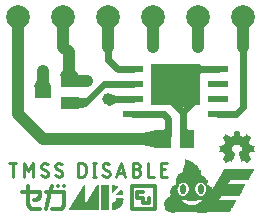
<source format=gbr>
G04 EAGLE Gerber RS-274X export*
G75*
%MOMM*%
%FSLAX34Y34*%
%LPD*%
%INTop Copper*%
%IPPOS*%
%AMOC8*
5,1,8,0,0,1.08239X$1,22.5*%
G01*
%ADD10C,0.279400*%
%ADD11R,0.012400X0.002500*%
%ADD12R,0.009900X0.002500*%
%ADD13R,0.022400X0.002500*%
%ADD14R,0.020000X0.002500*%
%ADD15R,0.030100X0.002500*%
%ADD16R,0.040100X0.002500*%
%ADD17R,0.035100X0.002500*%
%ADD18R,0.045000X0.002500*%
%ADD19R,0.044900X0.002500*%
%ADD20R,0.052600X0.002500*%
%ADD21R,0.052400X0.002500*%
%ADD22R,0.060100X0.002500*%
%ADD23R,0.057500X0.002500*%
%ADD24R,0.067500X0.002500*%
%ADD25R,0.065000X0.002500*%
%ADD26R,0.072400X0.002500*%
%ADD27R,0.070100X0.002500*%
%ADD28R,0.079900X0.002500*%
%ADD29R,0.080100X0.002500*%
%ADD30R,0.085000X0.002500*%
%ADD31R,0.092500X0.002500*%
%ADD32R,0.092400X0.002500*%
%ADD33R,0.097400X0.002500*%
%ADD34R,0.104900X0.002500*%
%ADD35R,0.105000X0.002500*%
%ADD36R,0.112600X0.002500*%
%ADD37R,0.110100X0.002500*%
%ADD38R,0.120000X0.002500*%
%ADD39R,0.117500X0.002500*%
%ADD40R,0.125000X0.002500*%
%ADD41R,0.122500X0.002500*%
%ADD42R,0.132400X0.002500*%
%ADD43R,0.130000X0.002500*%
%ADD44R,0.137600X0.002500*%
%ADD45R,0.135000X0.002500*%
%ADD46R,0.145000X0.002500*%
%ADD47R,0.140000X0.002500*%
%ADD48R,0.150100X0.002500*%
%ADD49R,0.147500X0.002500*%
%ADD50R,0.157500X0.002500*%
%ADD51R,0.152400X0.002500*%
%ADD52R,0.162600X0.002500*%
%ADD53R,0.162500X0.002500*%
%ADD54R,0.169900X0.002500*%
%ADD55R,0.167500X0.002500*%
%ADD56R,0.175100X0.002500*%
%ADD57R,0.175000X0.002500*%
%ADD58R,0.182500X0.002500*%
%ADD59R,0.180100X0.002500*%
%ADD60R,0.187400X0.002500*%
%ADD61R,0.187500X0.002500*%
%ADD62R,0.192500X0.002500*%
%ADD63R,0.192400X0.002500*%
%ADD64R,0.200000X0.002500*%
%ADD65R,0.199900X0.002500*%
%ADD66R,0.207500X0.002500*%
%ADD67R,0.205000X0.002500*%
%ADD68R,0.212400X0.002500*%
%ADD69R,0.212600X0.002500*%
%ADD70R,0.217500X0.002500*%
%ADD71R,0.217600X0.002500*%
%ADD72R,0.225000X0.002500*%
%ADD73R,0.229900X0.002500*%
%ADD74R,0.230000X0.002500*%
%ADD75R,0.237400X0.002500*%
%ADD76R,0.237500X0.002500*%
%ADD77R,0.242500X0.002500*%
%ADD78R,0.242400X0.002500*%
%ADD79R,0.250000X0.002500*%
%ADD80R,0.255000X0.002500*%
%ADD81R,0.262600X0.002500*%
%ADD82R,0.260000X0.002500*%
%ADD83R,0.267600X0.002500*%
%ADD84R,0.267500X0.002500*%
%ADD85R,0.275000X0.002500*%
%ADD86R,0.272500X0.002500*%
%ADD87R,0.280100X0.002500*%
%ADD88R,0.280000X0.002500*%
%ADD89R,0.285000X0.002500*%
%ADD90R,0.285100X0.002500*%
%ADD91R,0.292500X0.002500*%
%ADD92R,0.297600X0.002500*%
%ADD93R,0.297400X0.002500*%
%ADD94R,0.305100X0.002500*%
%ADD95R,0.304900X0.002500*%
%ADD96R,0.309900X0.002500*%
%ADD97R,0.310000X0.002500*%
%ADD98R,0.317400X0.002500*%
%ADD99R,0.317600X0.002500*%
%ADD100R,0.322500X0.002500*%
%ADD101R,0.322600X0.002500*%
%ADD102R,0.330000X0.002500*%
%ADD103R,0.334900X0.002500*%
%ADD104R,0.335000X0.002500*%
%ADD105R,0.342400X0.002500*%
%ADD106R,0.339900X0.002500*%
%ADD107R,0.347500X0.002500*%
%ADD108R,0.004900X0.002500*%
%ADD109R,0.347400X0.002500*%
%ADD110R,0.352500X0.002500*%
%ADD111R,0.012500X0.002500*%
%ADD112R,0.015000X0.002500*%
%ADD113R,0.360000X0.002500*%
%ADD114R,0.022500X0.002500*%
%ADD115R,0.360100X0.002500*%
%ADD116R,0.365000X0.002500*%
%ADD117R,0.032600X0.002500*%
%ADD118R,0.030000X0.002500*%
%ADD119R,0.372500X0.002500*%
%ADD120R,0.037500X0.002500*%
%ADD121R,0.037600X0.002500*%
%ADD122R,0.377500X0.002500*%
%ADD123R,0.045100X0.002500*%
%ADD124R,0.385000X0.002500*%
%ADD125R,0.050000X0.002500*%
%ADD126R,0.050100X0.002500*%
%ADD127R,0.389900X0.002500*%
%ADD128R,0.390100X0.002500*%
%ADD129R,0.397400X0.002500*%
%ADD130R,0.062500X0.002500*%
%ADD131R,0.397500X0.002500*%
%ADD132R,0.404900X0.002500*%
%ADD133R,0.069900X0.002500*%
%ADD134R,0.410000X0.002500*%
%ADD135R,0.074900X0.002500*%
%ADD136R,0.075000X0.002500*%
%ADD137R,0.409900X0.002500*%
%ADD138R,0.417600X0.002500*%
%ADD139R,0.082400X0.002500*%
%ADD140R,0.082500X0.002500*%
%ADD141R,0.417500X0.002500*%
%ADD142R,0.422500X0.002500*%
%ADD143R,0.087400X0.002500*%
%ADD144R,0.087600X0.002500*%
%ADD145R,0.422600X0.002500*%
%ADD146R,0.427600X0.002500*%
%ADD147R,0.095100X0.002500*%
%ADD148R,0.095000X0.002500*%
%ADD149R,0.430100X0.002500*%
%ADD150R,0.435100X0.002500*%
%ADD151R,0.100100X0.002500*%
%ADD152R,0.435000X0.002500*%
%ADD153R,0.442600X0.002500*%
%ADD154R,0.107600X0.002500*%
%ADD155R,0.107400X0.002500*%
%ADD156R,0.442500X0.002500*%
%ADD157R,0.447500X0.002500*%
%ADD158R,0.112500X0.002500*%
%ADD159R,0.447400X0.002500*%
%ADD160R,0.455100X0.002500*%
%ADD161R,0.455000X0.002500*%
%ADD162R,0.460100X0.002500*%
%ADD163R,0.460000X0.002500*%
%ADD164R,0.467500X0.002500*%
%ADD165R,0.129900X0.002500*%
%ADD166R,0.475000X0.002500*%
%ADD167R,0.137500X0.002500*%
%ADD168R,0.137400X0.002500*%
%ADD169R,0.480000X0.002500*%
%ADD170R,0.142400X0.002500*%
%ADD171R,0.142500X0.002500*%
%ADD172R,0.487500X0.002500*%
%ADD173R,0.150000X0.002500*%
%ADD174R,0.487600X0.002500*%
%ADD175R,0.495000X0.002500*%
%ADD176R,0.155000X0.002500*%
%ADD177R,0.155100X0.002500*%
%ADD178R,0.495100X0.002500*%
%ADD179R,0.499900X0.002500*%
%ADD180R,0.162400X0.002500*%
%ADD181R,0.500000X0.002500*%
%ADD182R,0.507400X0.002500*%
%ADD183R,0.170100X0.002500*%
%ADD184R,0.170000X0.002500*%
%ADD185R,0.514900X0.002500*%
%ADD186R,0.709900X0.002500*%
%ADD187R,0.707400X0.002500*%
%ADD188R,0.712400X0.002500*%
%ADD189R,0.710000X0.002500*%
%ADD190R,0.717400X0.002500*%
%ADD191R,0.715000X0.002500*%
%ADD192R,0.719900X0.002500*%
%ADD193R,0.717500X0.002500*%
%ADD194R,0.725000X0.002500*%
%ADD195R,0.722600X0.002500*%
%ADD196R,0.725100X0.002500*%
%ADD197R,0.727500X0.002500*%
%ADD198R,0.727600X0.002500*%
%ADD199R,0.732500X0.002500*%
%ADD200R,0.732400X0.002500*%
%ADD201R,0.735000X0.002500*%
%ADD202R,0.734900X0.002500*%
%ADD203R,0.739900X0.002500*%
%ADD204R,0.742500X0.002500*%
%ADD205R,0.747500X0.002500*%
%ADD206R,0.750000X0.002500*%
%ADD207R,0.752500X0.002500*%
%ADD208R,0.757600X0.002500*%
%ADD209R,0.760100X0.002500*%
%ADD210R,0.765100X0.002500*%
%ADD211R,0.762400X0.002500*%
%ADD212R,0.767600X0.002500*%
%ADD213R,0.764900X0.002500*%
%ADD214R,0.769900X0.002500*%
%ADD215R,0.772600X0.002500*%
%ADD216R,0.772500X0.002500*%
%ADD217R,0.775000X0.002500*%
%ADD218R,0.779900X0.002500*%
%ADD219R,0.780000X0.002500*%
%ADD220R,0.782400X0.002500*%
%ADD221R,0.782500X0.002500*%
%ADD222R,0.787500X0.002500*%
%ADD223R,0.785100X0.002500*%
%ADD224R,0.790000X0.002500*%
%ADD225R,0.787600X0.002500*%
%ADD226R,0.795000X0.002500*%
%ADD227R,0.794900X0.002500*%
%ADD228R,0.797500X0.002500*%
%ADD229R,0.797400X0.002500*%
%ADD230R,0.802500X0.002500*%
%ADD231R,0.807400X0.002500*%
%ADD232R,0.805000X0.002500*%
%ADD233R,0.809900X0.002500*%
%ADD234R,0.810000X0.002500*%
%ADD235R,0.810100X0.002500*%
%ADD236R,0.807500X0.002500*%
%ADD237R,0.807600X0.002500*%
%ADD238R,0.805100X0.002500*%
%ADD239R,0.802400X0.002500*%
%ADD240R,0.804900X0.002500*%
%ADD241R,0.802600X0.002500*%
%ADD242R,0.799900X0.002500*%
%ADD243R,0.800100X0.002500*%
%ADD244R,0.800000X0.002500*%
%ADD245R,0.797600X0.002500*%
%ADD246R,0.792500X0.002500*%
%ADD247R,0.792400X0.002500*%
%ADD248R,0.789900X0.002500*%
%ADD249R,0.790100X0.002500*%
%ADD250R,0.787400X0.002500*%
%ADD251R,0.785000X0.002500*%
%ADD252R,0.784900X0.002500*%
%ADD253R,0.782600X0.002500*%
%ADD254R,0.780100X0.002500*%
%ADD255R,0.777500X0.002500*%
%ADD256R,0.777400X0.002500*%
%ADD257R,0.777600X0.002500*%
%ADD258R,0.775100X0.002500*%
%ADD259R,0.772400X0.002500*%
%ADD260R,0.770000X0.002500*%
%ADD261R,0.767500X0.002500*%
%ADD262R,0.770100X0.002500*%
%ADD263R,0.765000X0.002500*%
%ADD264R,0.767400X0.002500*%
%ADD265R,0.762500X0.002500*%
%ADD266R,0.760000X0.002500*%
%ADD267R,0.757500X0.002500*%
%ADD268R,0.759900X0.002500*%
%ADD269R,0.757400X0.002500*%
%ADD270R,0.755100X0.002500*%
%ADD271R,0.752600X0.002500*%
%ADD272R,0.754900X0.002500*%
%ADD273R,0.755000X0.002500*%
%ADD274R,0.750100X0.002500*%
%ADD275R,0.749900X0.002500*%
%ADD276R,0.747400X0.002500*%
%ADD277R,0.744900X0.002500*%
%ADD278R,0.745000X0.002500*%
%ADD279R,0.747600X0.002500*%
%ADD280R,0.745100X0.002500*%
%ADD281R,0.742400X0.002500*%
%ADD282R,0.740000X0.002500*%
%ADD283R,0.737600X0.002500*%
%ADD284R,0.812600X0.002500*%
%ADD285R,0.812500X0.002500*%
%ADD286R,0.815000X0.002500*%
%ADD287R,0.817600X0.002500*%
%ADD288R,0.817500X0.002500*%
%ADD289R,0.820100X0.002500*%
%ADD290R,0.820000X0.002500*%
%ADD291R,0.822500X0.002500*%
%ADD292R,0.825000X0.002500*%
%ADD293R,0.827600X0.002500*%
%ADD294R,0.830100X0.002500*%
%ADD295R,0.832600X0.002500*%
%ADD296R,0.832500X0.002500*%
%ADD297R,0.834900X0.002500*%
%ADD298R,0.837600X0.002500*%
%ADD299R,0.837400X0.002500*%
%ADD300R,0.840100X0.002500*%
%ADD301R,0.839900X0.002500*%
%ADD302R,0.842500X0.002500*%
%ADD303R,0.844900X0.002500*%
%ADD304R,0.845000X0.002500*%
%ADD305R,0.847600X0.002500*%
%ADD306R,0.847500X0.002500*%
%ADD307R,0.850000X0.002500*%
%ADD308R,0.850100X0.002500*%
%ADD309R,0.852500X0.002500*%
%ADD310R,0.855100X0.002500*%
%ADD311R,0.855000X0.002500*%
%ADD312R,0.857500X0.002500*%
%ADD313R,0.860000X0.002500*%
%ADD314R,0.864900X0.002500*%
%ADD315R,0.865000X0.002500*%
%ADD316R,0.870000X0.002500*%
%ADD317R,0.870100X0.002500*%
%ADD318R,0.872500X0.002500*%
%ADD319R,0.875000X0.002500*%
%ADD320R,0.874900X0.002500*%
%ADD321R,0.872400X0.002500*%
%ADD322R,0.867400X0.002500*%
%ADD323R,0.867500X0.002500*%
%ADD324R,0.862500X0.002500*%
%ADD325R,0.857600X0.002500*%
%ADD326R,0.852400X0.002500*%
%ADD327R,0.842600X0.002500*%
%ADD328R,0.837500X0.002500*%
%ADD329R,0.835000X0.002500*%
%ADD330R,0.832400X0.002500*%
%ADD331R,0.830000X0.002500*%
%ADD332R,0.824900X0.002500*%
%ADD333R,0.825100X0.002500*%
%ADD334R,0.822600X0.002500*%
%ADD335R,0.815100X0.002500*%
%ADD336R,0.827400X0.002500*%
%ADD337R,0.880000X0.002500*%
%ADD338R,0.877500X0.002500*%
%ADD339R,0.892500X0.002500*%
%ADD340R,0.890000X0.002500*%
%ADD341R,0.902500X0.002500*%
%ADD342R,0.899900X0.002500*%
%ADD343R,0.915000X0.002500*%
%ADD344R,0.912600X0.002500*%
%ADD345R,0.925100X0.002500*%
%ADD346R,0.922500X0.002500*%
%ADD347R,0.940000X0.002500*%
%ADD348R,0.934900X0.002500*%
%ADD349R,0.949900X0.002500*%
%ADD350R,0.947500X0.002500*%
%ADD351R,0.962400X0.002500*%
%ADD352R,0.957500X0.002500*%
%ADD353R,0.977400X0.002500*%
%ADD354R,0.972400X0.002500*%
%ADD355R,0.987600X0.002500*%
%ADD356R,0.982600X0.002500*%
%ADD357R,0.997500X0.002500*%
%ADD358R,0.992400X0.002500*%
%ADD359R,1.010100X0.002500*%
%ADD360R,1.005000X0.002500*%
%ADD361R,1.020000X0.002500*%
%ADD362R,1.015000X0.002500*%
%ADD363R,1.032400X0.002500*%
%ADD364R,1.027400X0.002500*%
%ADD365R,1.040000X0.002500*%
%ADD366R,1.052500X0.002500*%
%ADD367R,1.050100X0.002500*%
%ADD368R,1.062500X0.002500*%
%ADD369R,1.060100X0.002500*%
%ADD370R,1.075100X0.002500*%
%ADD371R,1.070100X0.002500*%
%ADD372R,1.082600X0.002500*%
%ADD373R,1.077500X0.002500*%
%ADD374R,1.090000X0.002500*%
%ADD375R,1.099900X0.002500*%
%ADD376R,1.095000X0.002500*%
%ADD377R,1.105000X0.002500*%
%ADD378R,1.102400X0.002500*%
%ADD379R,1.107500X0.002500*%
%ADD380R,1.102600X0.002500*%
%ADD381R,1.105100X0.002500*%
%ADD382R,1.102500X0.002500*%
%ADD383R,1.100100X0.002500*%
%ADD384R,1.100000X0.002500*%
%ADD385R,1.097600X0.002500*%
%ADD386R,1.097500X0.002500*%
%ADD387R,1.095100X0.002500*%
%ADD388R,1.094900X0.002500*%
%ADD389R,1.092500X0.002500*%
%ADD390R,1.087500X0.002500*%
%ADD391R,1.087600X0.002500*%
%ADD392R,1.084900X0.002500*%
%ADD393R,1.085000X0.002500*%
%ADD394R,1.082400X0.002500*%
%ADD395R,1.082500X0.002500*%
%ADD396R,1.080000X0.002500*%
%ADD397R,1.080100X0.002500*%
%ADD398R,1.077600X0.002500*%
%ADD399R,1.075000X0.002500*%
%ADD400R,1.072500X0.002500*%
%ADD401R,1.072600X0.002500*%
%ADD402R,1.067500X0.002500*%
%ADD403R,1.065000X0.002500*%
%ADD404R,1.107600X0.002500*%
%ADD405R,1.110000X0.002500*%
%ADD406R,1.092600X0.002500*%
%ADD407R,1.070000X0.002500*%
%ADD408R,1.060000X0.002500*%
%ADD409R,1.039900X0.002500*%
%ADD410R,1.049900X0.002500*%
%ADD411R,1.029900X0.002500*%
%ADD412R,1.037500X0.002500*%
%ADD413R,1.025000X0.002500*%
%ADD414R,1.002600X0.002500*%
%ADD415R,0.979900X0.002500*%
%ADD416R,0.964900X0.002500*%
%ADD417R,0.972500X0.002500*%
%ADD418R,0.955000X0.002500*%
%ADD419R,0.957400X0.002500*%
%ADD420R,0.945000X0.002500*%
%ADD421R,0.947600X0.002500*%
%ADD422R,0.932600X0.002500*%
%ADD423R,0.937500X0.002500*%
%ADD424R,0.920000X0.002500*%
%ADD425R,0.924900X0.002500*%
%ADD426R,0.907400X0.002500*%
%ADD427R,0.897400X0.002500*%
%ADD428R,0.902400X0.002500*%
%ADD429R,0.887600X0.002500*%
%ADD430R,0.892600X0.002500*%
%ADD431R,0.877600X0.002500*%
%ADD432R,0.882500X0.002500*%
%ADD433R,0.869900X0.002500*%
%ADD434R,0.849900X0.002500*%
%ADD435R,0.835100X0.002500*%
%ADD436R,0.822400X0.002500*%
%ADD437R,0.792600X0.002500*%
%ADD438R,0.795100X0.002500*%
%ADD439R,0.827500X0.002500*%
%ADD440R,0.840000X0.002500*%
%ADD441R,0.854900X0.002500*%
%ADD442R,0.859900X0.002500*%
%ADD443R,0.862400X0.002500*%
%ADD444R,0.879900X0.002500*%
%ADD445R,0.887400X0.002500*%
%ADD446R,0.885000X0.002500*%
%ADD447R,0.897500X0.002500*%
%ADD448R,0.905000X0.002500*%
%ADD449R,0.907500X0.002500*%
%ADD450R,0.910100X0.002500*%
%ADD451R,0.917500X0.002500*%
%ADD452R,0.922400X0.002500*%
%ADD453R,0.925000X0.002500*%
%ADD454R,0.932400X0.002500*%
%ADD455R,0.930000X0.002500*%
%ADD456R,0.942400X0.002500*%
%ADD457R,0.942500X0.002500*%
%ADD458R,0.952400X0.002500*%
%ADD459R,0.952500X0.002500*%
%ADD460R,0.967500X0.002500*%
%ADD461R,0.965100X0.002500*%
%ADD462R,0.985100X0.002500*%
%ADD463R,2.047500X0.002500*%
%ADD464R,2.045000X0.002500*%
%ADD465R,2.042500X0.002500*%
%ADD466R,2.040000X0.002500*%
%ADD467R,2.037500X0.002500*%
%ADD468R,2.035000X0.002500*%
%ADD469R,2.032600X0.002500*%
%ADD470R,2.030100X0.002500*%
%ADD471R,2.027600X0.002500*%
%ADD472R,2.025100X0.002500*%
%ADD473R,2.022600X0.002500*%
%ADD474R,2.020100X0.002500*%
%ADD475R,2.017600X0.002500*%
%ADD476R,2.015100X0.002500*%
%ADD477R,2.012600X0.002500*%
%ADD478R,2.010000X0.002500*%
%ADD479R,2.007400X0.002500*%
%ADD480R,2.004900X0.002500*%
%ADD481R,2.002400X0.002500*%
%ADD482R,1.999900X0.002500*%
%ADD483R,1.997400X0.002500*%
%ADD484R,1.994900X0.002500*%
%ADD485R,1.992500X0.002500*%
%ADD486R,1.990000X0.002500*%
%ADD487R,1.987500X0.002500*%
%ADD488R,1.985000X0.002500*%
%ADD489R,1.982500X0.002500*%
%ADD490R,1.980000X0.002500*%
%ADD491R,1.977500X0.002500*%
%ADD492R,1.975000X0.002500*%
%ADD493R,1.972500X0.002500*%
%ADD494R,1.970000X0.002500*%
%ADD495R,1.967500X0.002500*%
%ADD496R,1.965000X0.002500*%
%ADD497R,1.962400X0.002500*%
%ADD498R,1.957400X0.002500*%
%ADD499R,1.954900X0.002500*%
%ADD500R,1.952400X0.002500*%
%ADD501R,1.947500X0.002500*%
%ADD502R,1.942600X0.002500*%
%ADD503R,1.937500X0.002500*%
%ADD504R,1.932600X0.002500*%
%ADD505R,1.927500X0.002500*%
%ADD506R,1.930100X0.002500*%
%ADD507R,1.935000X0.002500*%
%ADD508R,1.940100X0.002500*%
%ADD509R,1.959900X0.002500*%
%ADD510R,2.050100X0.002500*%
%ADD511R,2.052500X0.002500*%
%ADD512R,2.057500X0.002500*%
%ADD513R,2.060000X0.002500*%
%ADD514R,2.062500X0.002500*%
%ADD515R,2.067500X0.002500*%
%ADD516R,2.070000X0.002500*%
%ADD517R,2.072500X0.002500*%
%ADD518R,2.077400X0.002500*%
%ADD519R,2.079900X0.002500*%
%ADD520R,2.082400X0.002500*%
%ADD521R,2.087400X0.002500*%
%ADD522R,2.090000X0.002500*%
%ADD523R,2.092500X0.002500*%
%ADD524R,2.097500X0.002500*%
%ADD525R,2.100000X0.002500*%
%ADD526R,2.102500X0.002500*%
%ADD527R,2.107500X0.002500*%
%ADD528R,2.110000X0.002500*%
%ADD529R,2.112500X0.002500*%
%ADD530R,2.117500X0.002500*%
%ADD531R,2.119900X0.002500*%
%ADD532R,2.122400X0.002500*%
%ADD533R,2.127400X0.002500*%
%ADD534R,2.129900X0.002500*%
%ADD535R,2.135000X0.002500*%
%ADD536R,2.137600X0.002500*%
%ADD537R,2.142600X0.002500*%
%ADD538R,2.145100X0.002500*%
%ADD539R,2.147600X0.002500*%
%ADD540R,2.152600X0.002500*%
%ADD541R,2.155100X0.002500*%
%ADD542R,2.157600X0.002500*%
%ADD543R,2.162500X0.002500*%
%ADD544R,2.165000X0.002500*%
%ADD545R,2.167500X0.002500*%
%ADD546R,2.172500X0.002500*%
%ADD547R,2.175100X0.002500*%
%ADD548R,2.177500X0.002500*%
%ADD549R,2.182500X0.002500*%
%ADD550R,2.187500X0.002500*%
%ADD551R,2.190000X0.002500*%
%ADD552R,2.192500X0.002500*%
%ADD553R,2.197500X0.002500*%
%ADD554R,2.199900X0.002500*%
%ADD555R,2.202400X0.002500*%
%ADD556R,2.207400X0.002500*%
%ADD557R,2.209900X0.002500*%
%ADD558R,2.212400X0.002500*%
%ADD559R,2.217500X0.002500*%
%ADD560R,2.220000X0.002500*%
%ADD561R,2.222500X0.002500*%
%ADD562R,2.227500X0.002500*%
%ADD563R,2.230000X0.002500*%
%ADD564R,2.232500X0.002500*%
%ADD565R,2.237500X0.002500*%
%ADD566R,2.240000X0.002500*%
%ADD567R,2.242500X0.002500*%
%ADD568R,2.247400X0.002500*%
%ADD569R,2.249900X0.002500*%
%ADD570R,2.252400X0.002500*%
%ADD571R,2.257400X0.002500*%
%ADD572R,2.262600X0.002500*%
%ADD573R,2.267600X0.002500*%
%ADD574R,2.272600X0.002500*%
%ADD575R,2.277600X0.002500*%
%ADD576R,2.282600X0.002500*%
%ADD577R,2.287500X0.002500*%
%ADD578R,2.292500X0.002500*%
%ADD579R,2.297500X0.002500*%
%ADD580R,2.302600X0.002500*%
%ADD581R,2.307500X0.002500*%
%ADD582R,2.312500X0.002500*%
%ADD583R,2.315000X0.002500*%
%ADD584R,2.317500X0.002500*%
%ADD585R,2.322500X0.002500*%
%ADD586R,2.327400X0.002500*%
%ADD587R,2.332400X0.002500*%
%ADD588R,2.337400X0.002500*%
%ADD589R,2.342500X0.002500*%
%ADD590R,2.347500X0.002500*%
%ADD591R,2.334900X0.002500*%
%ADD592R,2.320000X0.002500*%
%ADD593R,2.245000X0.002500*%
%ADD594R,0.555000X0.002500*%
%ADD595R,0.555100X0.002500*%
%ADD596R,0.550000X0.002500*%
%ADD597R,1.087400X0.002500*%
%ADD598R,0.542500X0.002500*%
%ADD599R,0.535000X0.002500*%
%ADD600R,1.057500X0.002500*%
%ADD601R,0.529900X0.002500*%
%ADD602R,1.042500X0.002500*%
%ADD603R,0.530100X0.002500*%
%ADD604R,0.522400X0.002500*%
%ADD605R,1.030000X0.002500*%
%ADD606R,0.522600X0.002500*%
%ADD607R,1.015100X0.002500*%
%ADD608R,0.510000X0.002500*%
%ADD609R,1.002500X0.002500*%
%ADD610R,0.509900X0.002500*%
%ADD611R,0.502500X0.002500*%
%ADD612R,0.990000X0.002500*%
%ADD613R,0.502400X0.002500*%
%ADD614R,0.497400X0.002500*%
%ADD615R,0.974900X0.002500*%
%ADD616R,0.489900X0.002500*%
%ADD617R,0.962500X0.002500*%
%ADD618R,0.490100X0.002500*%
%ADD619R,0.485000X0.002500*%
%ADD620R,0.950100X0.002500*%
%ADD621R,0.482500X0.002500*%
%ADD622R,0.477500X0.002500*%
%ADD623R,0.937600X0.002500*%
%ADD624R,0.472500X0.002500*%
%ADD625R,0.922600X0.002500*%
%ADD626R,0.470000X0.002500*%
%ADD627R,0.465100X0.002500*%
%ADD628R,0.912400X0.002500*%
%ADD629R,0.464900X0.002500*%
%ADD630R,0.897600X0.002500*%
%ADD631R,0.457500X0.002500*%
%ADD632R,0.452600X0.002500*%
%ADD633R,0.887500X0.002500*%
%ADD634R,0.452500X0.002500*%
%ADD635R,0.447600X0.002500*%
%ADD636R,0.445000X0.002500*%
%ADD637R,0.440100X0.002500*%
%ADD638R,0.860100X0.002500*%
%ADD639R,0.440000X0.002500*%
%ADD640R,0.432500X0.002500*%
%ADD641R,0.427500X0.002500*%
%ADD642R,0.420100X0.002500*%
%ADD643R,0.415000X0.002500*%
%ADD644R,0.414900X0.002500*%
%ADD645R,0.407400X0.002500*%
%ADD646R,0.402400X0.002500*%
%ADD647R,0.399900X0.002500*%
%ADD648R,0.395100X0.002500*%
%ADD649R,0.390000X0.002500*%
%ADD650R,0.387600X0.002500*%
%ADD651R,0.384900X0.002500*%
%ADD652R,0.382500X0.002500*%
%ADD653R,0.724900X0.002500*%
%ADD654R,0.370000X0.002500*%
%ADD655R,0.715100X0.002500*%
%ADD656R,0.704900X0.002500*%
%ADD657R,0.357500X0.002500*%
%ADD658R,0.695100X0.002500*%
%ADD659R,0.679900X0.002500*%
%ADD660R,0.344900X0.002500*%
%ADD661R,0.670100X0.002500*%
%ADD662R,0.340000X0.002500*%
%ADD663R,0.659900X0.002500*%
%ADD664R,0.332500X0.002500*%
%ADD665R,0.327500X0.002500*%
%ADD666R,0.647600X0.002500*%
%ADD667R,0.322400X0.002500*%
%ADD668R,0.635000X0.002500*%
%ADD669R,0.320100X0.002500*%
%ADD670R,0.314900X0.002500*%
%ADD671R,0.625000X0.002500*%
%ADD672R,0.315100X0.002500*%
%ADD673R,0.310100X0.002500*%
%ADD674R,0.615000X0.002500*%
%ADD675R,0.302600X0.002500*%
%ADD676R,0.605000X0.002500*%
%ADD677R,0.302400X0.002500*%
%ADD678R,0.297500X0.002500*%
%ADD679R,0.592500X0.002500*%
%ADD680R,0.290000X0.002500*%
%ADD681R,0.582400X0.002500*%
%ADD682R,0.290100X0.002500*%
%ADD683R,0.577400X0.002500*%
%ADD684R,0.277600X0.002500*%
%ADD685R,0.567600X0.002500*%
%ADD686R,0.277500X0.002500*%
%ADD687R,0.265100X0.002500*%
%ADD688R,0.565100X0.002500*%
%ADD689R,0.265000X0.002500*%
%ADD690R,0.562600X0.002500*%
%ADD691R,0.259900X0.002500*%
%ADD692R,0.254900X0.002500*%
%ADD693R,0.247500X0.002500*%
%ADD694R,0.560000X0.002500*%
%ADD695R,0.557400X0.002500*%
%ADD696R,0.242600X0.002500*%
%ADD697R,0.234900X0.002500*%
%ADD698R,0.235000X0.002500*%
%ADD699R,0.222500X0.002500*%
%ADD700R,0.552500X0.002500*%
%ADD701R,0.217400X0.002500*%
%ADD702R,0.209900X0.002500*%
%ADD703R,0.210100X0.002500*%
%ADD704R,0.204900X0.002500*%
%ADD705R,0.197500X0.002500*%
%ADD706R,0.197400X0.002500*%
%ADD707R,0.547600X0.002500*%
%ADD708R,0.184900X0.002500*%
%ADD709R,0.185100X0.002500*%
%ADD710R,0.172500X0.002500*%
%ADD711R,0.542600X0.002500*%
%ADD712R,0.160000X0.002500*%
%ADD713R,0.154900X0.002500*%
%ADD714R,0.540000X0.002500*%
%ADD715R,0.149900X0.002500*%
%ADD716R,0.142600X0.002500*%
%ADD717R,0.537400X0.002500*%
%ADD718R,0.132600X0.002500*%
%ADD719R,0.127400X0.002500*%
%ADD720R,0.115000X0.002500*%
%ADD721R,0.532500X0.002500*%
%ADD722R,0.107500X0.002500*%
%ADD723R,0.110000X0.002500*%
%ADD724R,0.102400X0.002500*%
%ADD725R,0.094900X0.002500*%
%ADD726R,0.090000X0.002500*%
%ADD727R,0.527600X0.002500*%
%ADD728R,0.077400X0.002500*%
%ADD729R,0.080000X0.002500*%
%ADD730R,0.072600X0.002500*%
%ADD731R,0.067600X0.002500*%
%ADD732R,0.525100X0.002500*%
%ADD733R,0.060000X0.002500*%
%ADD734R,0.042600X0.002500*%
%ADD735R,0.047400X0.002500*%
%ADD736R,0.035000X0.002500*%
%ADD737R,0.027600X0.002500*%
%ADD738R,0.520000X0.002500*%
%ADD739R,0.025000X0.002500*%
%ADD740R,0.517400X0.002500*%
%ADD741R,0.017500X0.002500*%
%ADD742R,0.007400X0.002500*%
%ADD743R,0.010000X0.002500*%
%ADD744R,0.512500X0.002500*%
%ADD745R,0.507500X0.002500*%
%ADD746R,0.505100X0.002500*%
%ADD747R,0.502600X0.002500*%
%ADD748R,0.494900X0.002500*%
%ADD749R,0.492500X0.002500*%
%ADD750R,0.490000X0.002500*%
%ADD751R,0.485100X0.002500*%
%ADD752R,0.482600X0.002500*%
%ADD753R,0.477400X0.002500*%
%ADD754R,0.474900X0.002500*%
%ADD755R,0.472400X0.002500*%
%ADD756R,0.469900X0.002500*%
%ADD757R,0.462600X0.002500*%
%ADD758R,0.457400X0.002500*%
%ADD759R,0.454900X0.002500*%
%ADD760R,0.452400X0.002500*%
%ADD761R,0.449900X0.002500*%
%ADD762R,0.445100X0.002500*%
%ADD763R,0.437600X0.002500*%
%ADD764R,0.432400X0.002500*%
%ADD765R,0.429900X0.002500*%
%ADD766R,0.425100X0.002500*%
%ADD767R,0.412400X0.002500*%
%ADD768R,0.407500X0.002500*%
%ADD769R,0.405100X0.002500*%
%ADD770R,0.400100X0.002500*%
%ADD771R,0.395000X0.002500*%
%ADD772R,0.245000X0.002500*%
%ADD773R,0.306000X0.018000*%
%ADD774R,0.882000X0.018000*%
%ADD775R,0.558000X0.018000*%
%ADD776R,1.746000X0.018000*%
%ADD777R,0.648000X0.018000*%
%ADD778R,1.854000X0.018000*%
%ADD779R,0.954000X0.018000*%
%ADD780R,2.088000X0.018000*%
%ADD781R,1.188000X0.018000*%
%ADD782R,3.618000X0.018000*%
%ADD783R,5.256000X0.018000*%
%ADD784R,5.292000X0.018000*%
%ADD785R,5.310000X0.018000*%
%ADD786R,5.364000X0.018000*%
%ADD787R,5.382000X0.018000*%
%ADD788R,5.418000X0.018000*%
%ADD789R,5.436000X0.018000*%
%ADD790R,5.454000X0.018000*%
%ADD791R,5.490000X0.018000*%
%ADD792R,5.526000X0.018000*%
%ADD793R,5.544000X0.018000*%
%ADD794R,5.562000X0.018000*%
%ADD795R,5.580000X0.018000*%
%ADD796R,5.598000X0.018000*%
%ADD797R,5.634000X0.018000*%
%ADD798R,5.670000X0.018000*%
%ADD799R,5.688000X0.018000*%
%ADD800R,5.706000X0.018000*%
%ADD801R,5.724000X0.018000*%
%ADD802R,5.742000X0.018000*%
%ADD803R,5.760000X0.018000*%
%ADD804R,5.778000X0.018000*%
%ADD805R,5.796000X0.018000*%
%ADD806R,5.814000X0.018000*%
%ADD807R,2.124000X0.018000*%
%ADD808R,3.330000X0.018000*%
%ADD809R,2.070000X0.018000*%
%ADD810R,3.258000X0.018000*%
%ADD811R,1.998000X0.018000*%
%ADD812R,3.204000X0.018000*%
%ADD813R,1.944000X0.018000*%
%ADD814R,3.168000X0.018000*%
%ADD815R,1.908000X0.018000*%
%ADD816R,3.132000X0.018000*%
%ADD817R,3.114000X0.018000*%
%ADD818R,1.818000X0.018000*%
%ADD819R,3.078000X0.018000*%
%ADD820R,1.800000X0.018000*%
%ADD821R,1.764000X0.018000*%
%ADD822R,3.042000X0.018000*%
%ADD823R,1.692000X0.018000*%
%ADD824R,3.024000X0.018000*%
%ADD825R,1.674000X0.018000*%
%ADD826R,3.006000X0.018000*%
%ADD827R,1.656000X0.018000*%
%ADD828R,2.988000X0.018000*%
%ADD829R,1.620000X0.018000*%
%ADD830R,2.970000X0.018000*%
%ADD831R,1.602000X0.018000*%
%ADD832R,2.952000X0.018000*%
%ADD833R,1.584000X0.018000*%
%ADD834R,1.530000X0.018000*%
%ADD835R,2.934000X0.018000*%
%ADD836R,1.494000X0.018000*%
%ADD837R,1.476000X0.018000*%
%ADD838R,2.916000X0.018000*%
%ADD839R,1.458000X0.018000*%
%ADD840R,2.898000X0.018000*%
%ADD841R,1.422000X0.018000*%
%ADD842R,1.386000X0.018000*%
%ADD843R,2.880000X0.018000*%
%ADD844R,1.368000X0.018000*%
%ADD845R,1.350000X0.018000*%
%ADD846R,0.828000X0.018000*%
%ADD847R,1.404000X0.018000*%
%ADD848R,1.044000X0.018000*%
%ADD849R,4.464000X0.018000*%
%ADD850R,4.428000X0.018000*%
%ADD851R,4.392000X0.018000*%
%ADD852R,4.374000X0.018000*%
%ADD853R,4.356000X0.018000*%
%ADD854R,4.338000X0.018000*%
%ADD855R,4.266000X0.018000*%
%ADD856R,4.284000X0.018000*%
%ADD857R,4.212000X0.018000*%
%ADD858R,0.972000X0.018000*%
%ADD859R,0.900000X0.018000*%
%ADD860R,1.314000X0.018000*%
%ADD861R,0.846000X0.018000*%
%ADD862R,1.206000X0.018000*%
%ADD863R,1.116000X0.018000*%
%ADD864R,1.512000X0.018000*%
%ADD865R,0.810000X0.018000*%
%ADD866R,1.008000X0.018000*%
%ADD867R,0.774000X0.018000*%
%ADD868R,0.756000X0.018000*%
%ADD869R,0.936000X0.018000*%
%ADD870R,0.738000X0.018000*%
%ADD871R,0.720000X0.018000*%
%ADD872R,0.864000X0.018000*%
%ADD873R,0.792000X0.018000*%
%ADD874R,0.702000X0.018000*%
%ADD875R,0.162000X0.018000*%
%ADD876R,0.144000X0.018000*%
%ADD877R,0.198000X0.018000*%
%ADD878R,0.684000X0.018000*%
%ADD879R,0.270000X0.018000*%
%ADD880R,0.288000X0.018000*%
%ADD881R,0.666000X0.018000*%
%ADD882R,0.342000X0.018000*%
%ADD883R,0.324000X0.018000*%
%ADD884R,0.378000X0.018000*%
%ADD885R,0.396000X0.018000*%
%ADD886R,0.414000X0.018000*%
%ADD887R,0.612000X0.018000*%
%ADD888R,0.432000X0.018000*%
%ADD889R,0.450000X0.018000*%
%ADD890R,0.630000X0.018000*%
%ADD891R,0.468000X0.018000*%
%ADD892R,0.594000X0.018000*%
%ADD893R,0.486000X0.018000*%
%ADD894R,0.576000X0.018000*%
%ADD895R,0.504000X0.018000*%
%ADD896R,0.522000X0.018000*%
%ADD897R,0.540000X0.018000*%
%ADD898R,3.060000X0.018000*%
%ADD899R,3.096000X0.018000*%
%ADD900R,2.574000X0.018000*%
%ADD901R,2.592000X0.018000*%
%ADD902R,2.556000X0.018000*%
%ADD903R,0.360000X0.018000*%
%ADD904R,0.252000X0.018000*%
%ADD905R,0.234000X0.018000*%
%ADD906R,0.216000X0.018000*%
%ADD907R,0.180000X0.018000*%
%ADD908R,0.108000X0.018000*%
%ADD909R,1.062000X0.018000*%
%ADD910R,1.080000X0.018000*%
%ADD911R,2.628000X0.018000*%
%ADD912R,2.610000X0.018000*%
%ADD913R,2.538000X0.018000*%
%ADD914R,2.520000X0.018000*%
%ADD915R,2.502000X0.018000*%
%ADD916R,2.466000X0.018000*%
%ADD917R,2.430000X0.018000*%
%ADD918R,2.394000X0.018000*%
%ADD919R,2.358000X0.018000*%
%ADD920R,2.340000X0.018000*%
%ADD921R,2.286000X0.018000*%
%ADD922R,2.250000X0.018000*%
%ADD923R,2.214000X0.018000*%
%ADD924R,2.160000X0.018000*%
%ADD925R,2.106000X0.018000*%
%ADD926R,2.034000X0.018000*%
%ADD927R,1.890000X0.018000*%
%ADD928R,1.872000X0.018000*%
%ADD929R,1.836000X0.018000*%
%ADD930R,1.782000X0.018000*%
%ADD931R,1.728000X0.018000*%
%ADD932R,1.638000X0.018000*%
%ADD933R,1.566000X0.018000*%
%ADD934R,1.440000X0.018000*%
%ADD935R,1.332000X0.018000*%
%ADD936R,1.296000X0.018000*%
%ADD937R,1.224000X0.018000*%
%ADD938R,1.170000X0.018000*%
%ADD939R,1.152000X0.018000*%
%ADD940R,1.098000X0.018000*%
%ADD941R,1.026000X0.018000*%
%ADD942R,0.036000X0.018000*%
%ADD943R,1.300000X1.500000*%
%ADD944R,1.400000X1.000000*%
%ADD945R,1.750000X0.609600*%
%ADD946C,2.000000*%
%ADD947C,0.609600*%
%ADD948C,1.000000*%
%ADD949C,1.000000*%
%ADD950C,0.304800*%
%ADD951C,0.800000*%

G36*
X172139Y109682D02*
X172139Y109682D01*
X172193Y109680D01*
X172307Y109702D01*
X172423Y109716D01*
X172474Y109734D01*
X172527Y109745D01*
X172633Y109793D01*
X172742Y109833D01*
X172787Y109863D01*
X172836Y109886D01*
X172928Y109957D01*
X173024Y110021D01*
X173061Y110061D01*
X173104Y110095D01*
X173177Y110186D01*
X173256Y110271D01*
X173282Y110318D01*
X173316Y110361D01*
X173366Y110466D01*
X173422Y110567D01*
X173437Y110619D01*
X173460Y110668D01*
X173472Y110741D01*
X173516Y110894D01*
X173522Y111052D01*
X173534Y111125D01*
X173534Y142875D01*
X173528Y142929D01*
X173530Y142983D01*
X173508Y143097D01*
X173494Y143213D01*
X173476Y143264D01*
X173465Y143317D01*
X173417Y143423D01*
X173377Y143532D01*
X173347Y143577D01*
X173324Y143626D01*
X173253Y143718D01*
X173189Y143814D01*
X173149Y143851D01*
X173115Y143894D01*
X173024Y143967D01*
X172939Y144046D01*
X172892Y144072D01*
X172850Y144106D01*
X172744Y144156D01*
X172643Y144212D01*
X172591Y144227D01*
X172542Y144250D01*
X172469Y144262D01*
X172316Y144306D01*
X172158Y144312D01*
X172085Y144324D01*
X132715Y144324D01*
X132661Y144318D01*
X132607Y144320D01*
X132493Y144298D01*
X132377Y144284D01*
X132326Y144266D01*
X132273Y144255D01*
X132167Y144207D01*
X132058Y144167D01*
X132013Y144137D01*
X131964Y144114D01*
X131872Y144043D01*
X131776Y143979D01*
X131739Y143939D01*
X131696Y143905D01*
X131623Y143814D01*
X131544Y143729D01*
X131518Y143682D01*
X131484Y143640D01*
X131435Y143534D01*
X131378Y143433D01*
X131363Y143381D01*
X131340Y143332D01*
X131328Y143259D01*
X131284Y143106D01*
X131278Y142948D01*
X131266Y142875D01*
X131266Y111125D01*
X131272Y111071D01*
X131270Y111017D01*
X131292Y110903D01*
X131306Y110787D01*
X131324Y110736D01*
X131335Y110683D01*
X131383Y110577D01*
X131423Y110468D01*
X131453Y110423D01*
X131476Y110374D01*
X131547Y110282D01*
X131611Y110186D01*
X131651Y110149D01*
X131685Y110106D01*
X131776Y110033D01*
X131861Y109954D01*
X131908Y109928D01*
X131951Y109894D01*
X132056Y109845D01*
X132157Y109788D01*
X132209Y109773D01*
X132258Y109750D01*
X132331Y109738D01*
X132484Y109694D01*
X132642Y109688D01*
X132715Y109676D01*
X172085Y109676D01*
X172139Y109682D01*
G37*
G36*
X86484Y20478D02*
X86484Y20478D01*
X86504Y20476D01*
X86605Y20498D01*
X86707Y20514D01*
X86725Y20524D01*
X86744Y20528D01*
X86833Y20581D01*
X86925Y20630D01*
X86938Y20644D01*
X86955Y20654D01*
X87023Y20733D01*
X87094Y20808D01*
X87102Y20826D01*
X87115Y20841D01*
X87154Y20937D01*
X87198Y21031D01*
X87200Y21051D01*
X87207Y21069D01*
X87226Y21236D01*
X87226Y41236D01*
X87219Y41277D01*
X87221Y41319D01*
X87199Y41398D01*
X87186Y41479D01*
X87167Y41515D01*
X87155Y41556D01*
X87109Y41624D01*
X87071Y41696D01*
X87041Y41725D01*
X87018Y41759D01*
X86952Y41809D01*
X86893Y41865D01*
X86855Y41883D01*
X86822Y41908D01*
X86744Y41934D01*
X86670Y41969D01*
X86628Y41974D01*
X86589Y41987D01*
X86507Y41987D01*
X86425Y41996D01*
X86384Y41987D01*
X86343Y41987D01*
X86265Y41961D01*
X86185Y41944D01*
X86149Y41923D01*
X86110Y41909D01*
X86044Y41860D01*
X85974Y41818D01*
X85947Y41786D01*
X85913Y41761D01*
X85818Y41636D01*
X85814Y41631D01*
X85813Y41629D01*
X85812Y41628D01*
X75976Y25234D01*
X75976Y41236D01*
X75969Y41277D01*
X75971Y41319D01*
X75949Y41398D01*
X75936Y41479D01*
X75917Y41515D01*
X75905Y41556D01*
X75859Y41624D01*
X75821Y41696D01*
X75791Y41725D01*
X75768Y41759D01*
X75702Y41809D01*
X75643Y41865D01*
X75605Y41883D01*
X75572Y41908D01*
X75494Y41934D01*
X75420Y41969D01*
X75378Y41974D01*
X75339Y41987D01*
X75257Y41987D01*
X75175Y41996D01*
X75134Y41987D01*
X75093Y41987D01*
X75015Y41961D01*
X74935Y41944D01*
X74899Y41923D01*
X74860Y41909D01*
X74794Y41860D01*
X74724Y41818D01*
X74697Y41786D01*
X74663Y41761D01*
X74568Y41636D01*
X74564Y41631D01*
X74563Y41629D01*
X74562Y41628D01*
X62562Y21628D01*
X62524Y21533D01*
X62481Y21441D01*
X62479Y21419D01*
X62471Y21399D01*
X62466Y21297D01*
X62454Y21197D01*
X62459Y21175D01*
X62458Y21153D01*
X62485Y21056D01*
X62507Y20956D01*
X62518Y20937D01*
X62524Y20916D01*
X62581Y20832D01*
X62633Y20745D01*
X62649Y20731D01*
X62662Y20713D01*
X62742Y20651D01*
X62820Y20585D01*
X62840Y20577D01*
X62857Y20564D01*
X62953Y20531D01*
X63048Y20493D01*
X63075Y20490D01*
X63090Y20485D01*
X63123Y20485D01*
X63215Y20475D01*
X86465Y20475D01*
X86484Y20478D01*
G37*
G36*
X95234Y20478D02*
X95234Y20478D01*
X95254Y20476D01*
X95355Y20498D01*
X95457Y20514D01*
X95475Y20524D01*
X95494Y20528D01*
X95583Y20581D01*
X95675Y20630D01*
X95688Y20644D01*
X95705Y20654D01*
X95773Y20733D01*
X95844Y20808D01*
X95852Y20826D01*
X95865Y20841D01*
X95904Y20937D01*
X95948Y21031D01*
X95950Y21051D01*
X95957Y21069D01*
X95976Y21236D01*
X95976Y41236D01*
X95973Y41256D01*
X95975Y41275D01*
X95953Y41377D01*
X95936Y41479D01*
X95927Y41496D01*
X95923Y41516D01*
X95869Y41605D01*
X95821Y41696D01*
X95807Y41710D01*
X95796Y41727D01*
X95718Y41794D01*
X95643Y41865D01*
X95625Y41874D01*
X95609Y41887D01*
X95513Y41926D01*
X95420Y41969D01*
X95400Y41971D01*
X95381Y41979D01*
X95215Y41997D01*
X90215Y41997D01*
X90195Y41994D01*
X90175Y41996D01*
X90074Y41974D01*
X89972Y41957D01*
X89954Y41948D01*
X89935Y41944D01*
X89846Y41891D01*
X89754Y41842D01*
X89741Y41828D01*
X89724Y41818D01*
X89656Y41739D01*
X89585Y41664D01*
X89577Y41646D01*
X89564Y41631D01*
X89525Y41535D01*
X89481Y41441D01*
X89479Y41421D01*
X89472Y41403D01*
X89453Y41236D01*
X89453Y21236D01*
X89457Y21216D01*
X89454Y21197D01*
X89476Y21095D01*
X89493Y20993D01*
X89502Y20976D01*
X89507Y20956D01*
X89560Y20867D01*
X89608Y20776D01*
X89623Y20762D01*
X89633Y20745D01*
X89711Y20678D01*
X89786Y20606D01*
X89805Y20598D01*
X89820Y20585D01*
X89916Y20546D01*
X90010Y20503D01*
X90029Y20501D01*
X90048Y20493D01*
X90215Y20475D01*
X95215Y20475D01*
X95234Y20478D01*
G37*
G36*
X99017Y20479D02*
X99017Y20479D01*
X99039Y20478D01*
X100746Y20647D01*
X100769Y20653D01*
X100893Y20676D01*
X102534Y21174D01*
X102556Y21184D01*
X102672Y21231D01*
X104185Y22039D01*
X104204Y22054D01*
X104309Y22122D01*
X105635Y23210D01*
X105650Y23228D01*
X105740Y23316D01*
X106828Y24642D01*
X106840Y24663D01*
X106911Y24766D01*
X107720Y26279D01*
X107728Y26302D01*
X107777Y26417D01*
X108275Y28058D01*
X108278Y28082D01*
X108304Y28204D01*
X108472Y29911D01*
X108468Y29969D01*
X108475Y30025D01*
X108461Y30090D01*
X108456Y30157D01*
X108435Y30210D01*
X108423Y30266D01*
X108388Y30323D01*
X108363Y30384D01*
X108326Y30428D01*
X108296Y30477D01*
X108246Y30520D01*
X108202Y30570D01*
X108153Y30600D01*
X108109Y30637D01*
X108048Y30662D01*
X107990Y30695D01*
X107934Y30707D01*
X107881Y30729D01*
X107780Y30740D01*
X107750Y30746D01*
X107736Y30745D01*
X107715Y30747D01*
X102715Y30747D01*
X102616Y30731D01*
X102516Y30721D01*
X102495Y30711D01*
X102472Y30707D01*
X102383Y30661D01*
X102292Y30619D01*
X102275Y30603D01*
X102254Y30592D01*
X102185Y30520D01*
X102112Y30451D01*
X102101Y30431D01*
X102085Y30414D01*
X102043Y30323D01*
X101995Y30235D01*
X101989Y30207D01*
X101981Y30191D01*
X101978Y30158D01*
X101958Y30071D01*
X101874Y29322D01*
X101653Y28691D01*
X101298Y28126D01*
X100825Y27653D01*
X100259Y27298D01*
X99629Y27077D01*
X98879Y26992D01*
X98783Y26965D01*
X98685Y26944D01*
X98665Y26932D01*
X98643Y26926D01*
X98560Y26869D01*
X98474Y26818D01*
X98459Y26800D01*
X98439Y26787D01*
X98379Y26707D01*
X98314Y26631D01*
X98305Y26609D01*
X98291Y26591D01*
X98259Y26496D01*
X98222Y26403D01*
X98219Y26374D01*
X98213Y26358D01*
X98213Y26325D01*
X98203Y26236D01*
X98203Y21236D01*
X98213Y21179D01*
X98212Y21122D01*
X98232Y21059D01*
X98243Y20993D01*
X98270Y20943D01*
X98287Y20888D01*
X98327Y20835D01*
X98358Y20776D01*
X98400Y20736D01*
X98434Y20690D01*
X98488Y20652D01*
X98536Y20606D01*
X98588Y20582D01*
X98635Y20550D01*
X98699Y20531D01*
X98760Y20503D01*
X98816Y20497D01*
X98871Y20480D01*
X98973Y20479D01*
X99004Y20476D01*
X99017Y20479D01*
G37*
G36*
X99080Y35505D02*
X99080Y35505D01*
X99158Y35512D01*
X99200Y35530D01*
X99244Y35540D01*
X99311Y35580D01*
X99382Y35612D01*
X99430Y35651D01*
X99455Y35666D01*
X99473Y35687D01*
X99512Y35719D01*
X103264Y39597D01*
X103271Y39608D01*
X103282Y39616D01*
X103342Y39709D01*
X103404Y39799D01*
X103408Y39811D01*
X103415Y39823D01*
X103442Y39930D01*
X103473Y40035D01*
X103472Y40048D01*
X103475Y40061D01*
X103467Y40171D01*
X103462Y40281D01*
X103458Y40293D01*
X103457Y40306D01*
X103413Y40408D01*
X103374Y40510D01*
X103366Y40521D01*
X103360Y40533D01*
X103287Y40615D01*
X103217Y40700D01*
X103206Y40707D01*
X103197Y40717D01*
X103056Y40808D01*
X101877Y41395D01*
X101847Y41404D01*
X101753Y41444D01*
X100490Y41817D01*
X100459Y41821D01*
X100360Y41844D01*
X99050Y41992D01*
X98987Y41989D01*
X98925Y41996D01*
X98866Y41983D01*
X98805Y41980D01*
X98746Y41957D01*
X98685Y41944D01*
X98632Y41913D01*
X98576Y41890D01*
X98528Y41850D01*
X98474Y41818D01*
X98434Y41771D01*
X98387Y41732D01*
X98355Y41679D01*
X98314Y41631D01*
X98291Y41574D01*
X98259Y41522D01*
X98245Y41461D01*
X98222Y41403D01*
X98212Y41314D01*
X98205Y41283D01*
X98207Y41265D01*
X98203Y41236D01*
X98203Y36248D01*
X98216Y36171D01*
X98219Y36093D01*
X98236Y36051D01*
X98243Y36005D01*
X98279Y35937D01*
X98307Y35864D01*
X98337Y35829D01*
X98358Y35788D01*
X98415Y35735D01*
X98464Y35674D01*
X98503Y35650D01*
X98536Y35619D01*
X98607Y35586D01*
X98673Y35545D01*
X98718Y35534D01*
X98760Y35515D01*
X98837Y35507D01*
X98913Y35489D01*
X98959Y35493D01*
X99004Y35488D01*
X99080Y35505D01*
G37*
G36*
X107699Y33205D02*
X107699Y33205D01*
X107802Y33217D01*
X107820Y33225D01*
X107840Y33228D01*
X107931Y33277D01*
X108025Y33320D01*
X108039Y33334D01*
X108057Y33343D01*
X108128Y33418D01*
X108203Y33490D01*
X108213Y33507D01*
X108226Y33522D01*
X108270Y33616D01*
X108318Y33707D01*
X108322Y33727D01*
X108330Y33745D01*
X108341Y33848D01*
X108358Y33950D01*
X108355Y33974D01*
X108357Y33989D01*
X108350Y34021D01*
X108340Y34116D01*
X108078Y35282D01*
X108066Y35312D01*
X108038Y35409D01*
X107578Y36511D01*
X107561Y36538D01*
X107516Y36629D01*
X106871Y37635D01*
X106814Y37699D01*
X106763Y37768D01*
X106732Y37790D01*
X106707Y37818D01*
X106632Y37860D01*
X106562Y37910D01*
X106526Y37920D01*
X106493Y37939D01*
X106409Y37955D01*
X106326Y37980D01*
X106288Y37978D01*
X106251Y37985D01*
X106166Y37974D01*
X106080Y37971D01*
X106045Y37957D01*
X106007Y37952D01*
X105930Y37914D01*
X105850Y37884D01*
X105811Y37855D01*
X105787Y37843D01*
X105765Y37822D01*
X105715Y37785D01*
X102156Y34510D01*
X102102Y34441D01*
X102042Y34378D01*
X102027Y34345D01*
X102004Y34316D01*
X101975Y34234D01*
X101938Y34155D01*
X101934Y34119D01*
X101922Y34084D01*
X101921Y33997D01*
X101911Y33910D01*
X101919Y33875D01*
X101918Y33838D01*
X101945Y33755D01*
X101964Y33670D01*
X101982Y33639D01*
X101993Y33604D01*
X102045Y33534D01*
X102090Y33459D01*
X102117Y33435D01*
X102139Y33406D01*
X102210Y33356D01*
X102277Y33299D01*
X102310Y33285D01*
X102340Y33264D01*
X102424Y33240D01*
X102505Y33207D01*
X102551Y33202D01*
X102576Y33194D01*
X102607Y33196D01*
X102671Y33188D01*
X107597Y33188D01*
X107699Y33205D01*
G37*
D10*
X14576Y48943D02*
X14576Y60373D01*
X11401Y60373D02*
X17751Y60373D01*
X23995Y60373D02*
X23995Y48943D01*
X27805Y54023D02*
X23995Y60373D01*
X27805Y54023D02*
X31615Y60373D01*
X31615Y48943D01*
X42095Y48943D02*
X42195Y48945D01*
X42294Y48951D01*
X42394Y48961D01*
X42492Y48974D01*
X42591Y48992D01*
X42688Y49013D01*
X42784Y49038D01*
X42880Y49067D01*
X42974Y49100D01*
X43067Y49136D01*
X43158Y49176D01*
X43248Y49220D01*
X43336Y49267D01*
X43422Y49317D01*
X43506Y49371D01*
X43588Y49428D01*
X43667Y49488D01*
X43745Y49552D01*
X43819Y49618D01*
X43891Y49687D01*
X43960Y49759D01*
X44026Y49833D01*
X44090Y49911D01*
X44150Y49990D01*
X44207Y50072D01*
X44261Y50156D01*
X44311Y50242D01*
X44358Y50330D01*
X44402Y50420D01*
X44442Y50511D01*
X44478Y50604D01*
X44511Y50698D01*
X44540Y50794D01*
X44565Y50890D01*
X44586Y50987D01*
X44604Y51086D01*
X44617Y51184D01*
X44627Y51284D01*
X44633Y51383D01*
X44635Y51483D01*
X42095Y48942D02*
X41954Y48944D01*
X41813Y48949D01*
X41672Y48959D01*
X41531Y48972D01*
X41391Y48988D01*
X41251Y49009D01*
X41112Y49033D01*
X40973Y49061D01*
X40836Y49092D01*
X40699Y49127D01*
X40563Y49165D01*
X40428Y49207D01*
X40295Y49253D01*
X40162Y49302D01*
X40031Y49355D01*
X39902Y49411D01*
X39773Y49470D01*
X39647Y49533D01*
X39522Y49599D01*
X39399Y49668D01*
X39278Y49741D01*
X39159Y49817D01*
X39041Y49896D01*
X38926Y49977D01*
X38814Y50062D01*
X38703Y50150D01*
X38595Y50241D01*
X38489Y50334D01*
X38386Y50431D01*
X38285Y50530D01*
X38602Y57833D02*
X38604Y57933D01*
X38610Y58032D01*
X38620Y58132D01*
X38633Y58230D01*
X38651Y58329D01*
X38672Y58426D01*
X38697Y58522D01*
X38726Y58618D01*
X38759Y58712D01*
X38795Y58805D01*
X38835Y58896D01*
X38879Y58986D01*
X38926Y59074D01*
X38976Y59160D01*
X39030Y59244D01*
X39087Y59326D01*
X39147Y59405D01*
X39211Y59483D01*
X39277Y59557D01*
X39346Y59629D01*
X39418Y59698D01*
X39492Y59764D01*
X39570Y59828D01*
X39649Y59888D01*
X39731Y59945D01*
X39815Y59999D01*
X39901Y60049D01*
X39989Y60096D01*
X40079Y60140D01*
X40170Y60180D01*
X40263Y60216D01*
X40357Y60249D01*
X40453Y60278D01*
X40549Y60303D01*
X40646Y60324D01*
X40745Y60342D01*
X40843Y60355D01*
X40943Y60365D01*
X41042Y60371D01*
X41142Y60373D01*
X41275Y60371D01*
X41408Y60366D01*
X41541Y60356D01*
X41674Y60343D01*
X41806Y60326D01*
X41938Y60306D01*
X42069Y60282D01*
X42199Y60254D01*
X42329Y60223D01*
X42457Y60188D01*
X42585Y60149D01*
X42711Y60107D01*
X42836Y60061D01*
X42960Y60012D01*
X43083Y59960D01*
X43204Y59904D01*
X43323Y59844D01*
X43441Y59782D01*
X43556Y59716D01*
X43670Y59647D01*
X43782Y59574D01*
X43892Y59499D01*
X44000Y59420D01*
X39872Y55610D02*
X39788Y55662D01*
X39705Y55717D01*
X39625Y55776D01*
X39547Y55837D01*
X39472Y55901D01*
X39399Y55969D01*
X39328Y56039D01*
X39261Y56111D01*
X39196Y56186D01*
X39134Y56264D01*
X39075Y56344D01*
X39019Y56426D01*
X38967Y56510D01*
X38918Y56596D01*
X38872Y56684D01*
X38829Y56774D01*
X38790Y56865D01*
X38755Y56958D01*
X38723Y57052D01*
X38695Y57147D01*
X38670Y57243D01*
X38650Y57340D01*
X38632Y57438D01*
X38619Y57536D01*
X38610Y57635D01*
X38604Y57734D01*
X38602Y57833D01*
X43365Y53706D02*
X43449Y53654D01*
X43532Y53599D01*
X43612Y53540D01*
X43690Y53479D01*
X43765Y53415D01*
X43838Y53347D01*
X43909Y53277D01*
X43976Y53205D01*
X44041Y53130D01*
X44103Y53052D01*
X44162Y52972D01*
X44218Y52890D01*
X44270Y52806D01*
X44319Y52720D01*
X44365Y52632D01*
X44408Y52542D01*
X44447Y52451D01*
X44482Y52358D01*
X44514Y52264D01*
X44542Y52169D01*
X44567Y52073D01*
X44587Y51976D01*
X44605Y51878D01*
X44618Y51780D01*
X44627Y51681D01*
X44633Y51582D01*
X44635Y51483D01*
X43365Y53705D02*
X39872Y55610D01*
X54043Y48943D02*
X54143Y48945D01*
X54242Y48951D01*
X54342Y48961D01*
X54440Y48974D01*
X54539Y48992D01*
X54636Y49013D01*
X54732Y49038D01*
X54828Y49067D01*
X54922Y49100D01*
X55015Y49136D01*
X55106Y49176D01*
X55196Y49220D01*
X55284Y49267D01*
X55370Y49317D01*
X55454Y49371D01*
X55536Y49428D01*
X55615Y49488D01*
X55693Y49552D01*
X55767Y49618D01*
X55839Y49687D01*
X55908Y49759D01*
X55974Y49833D01*
X56038Y49911D01*
X56098Y49990D01*
X56155Y50072D01*
X56209Y50156D01*
X56259Y50242D01*
X56306Y50330D01*
X56350Y50420D01*
X56390Y50511D01*
X56426Y50604D01*
X56459Y50698D01*
X56488Y50794D01*
X56513Y50890D01*
X56534Y50987D01*
X56552Y51086D01*
X56565Y51184D01*
X56575Y51284D01*
X56581Y51383D01*
X56583Y51483D01*
X54043Y48942D02*
X53902Y48944D01*
X53761Y48949D01*
X53620Y48959D01*
X53479Y48972D01*
X53339Y48988D01*
X53199Y49009D01*
X53060Y49033D01*
X52921Y49061D01*
X52784Y49092D01*
X52647Y49127D01*
X52511Y49165D01*
X52376Y49207D01*
X52243Y49253D01*
X52110Y49302D01*
X51979Y49355D01*
X51850Y49411D01*
X51721Y49470D01*
X51595Y49533D01*
X51470Y49599D01*
X51347Y49668D01*
X51226Y49741D01*
X51107Y49817D01*
X50989Y49896D01*
X50874Y49977D01*
X50762Y50062D01*
X50651Y50150D01*
X50543Y50241D01*
X50437Y50334D01*
X50334Y50431D01*
X50233Y50530D01*
X50550Y57833D02*
X50552Y57933D01*
X50558Y58032D01*
X50568Y58132D01*
X50581Y58230D01*
X50599Y58329D01*
X50620Y58426D01*
X50645Y58522D01*
X50674Y58618D01*
X50707Y58712D01*
X50743Y58805D01*
X50783Y58896D01*
X50827Y58986D01*
X50874Y59074D01*
X50924Y59160D01*
X50978Y59244D01*
X51035Y59326D01*
X51095Y59405D01*
X51159Y59483D01*
X51225Y59557D01*
X51294Y59629D01*
X51366Y59698D01*
X51440Y59764D01*
X51518Y59828D01*
X51597Y59888D01*
X51679Y59945D01*
X51763Y59999D01*
X51849Y60049D01*
X51937Y60096D01*
X52027Y60140D01*
X52118Y60180D01*
X52211Y60216D01*
X52305Y60249D01*
X52401Y60278D01*
X52497Y60303D01*
X52594Y60324D01*
X52693Y60342D01*
X52791Y60355D01*
X52891Y60365D01*
X52990Y60371D01*
X53090Y60373D01*
X53223Y60371D01*
X53356Y60366D01*
X53489Y60356D01*
X53622Y60343D01*
X53754Y60326D01*
X53886Y60306D01*
X54017Y60282D01*
X54147Y60254D01*
X54277Y60223D01*
X54405Y60188D01*
X54533Y60149D01*
X54659Y60107D01*
X54784Y60061D01*
X54908Y60012D01*
X55031Y59960D01*
X55152Y59904D01*
X55271Y59844D01*
X55389Y59782D01*
X55504Y59716D01*
X55618Y59647D01*
X55730Y59574D01*
X55840Y59499D01*
X55948Y59420D01*
X51820Y55610D02*
X51736Y55662D01*
X51653Y55717D01*
X51573Y55776D01*
X51495Y55837D01*
X51420Y55901D01*
X51347Y55969D01*
X51276Y56039D01*
X51209Y56111D01*
X51144Y56186D01*
X51082Y56264D01*
X51023Y56344D01*
X50967Y56426D01*
X50915Y56510D01*
X50866Y56596D01*
X50820Y56684D01*
X50777Y56774D01*
X50738Y56865D01*
X50703Y56958D01*
X50671Y57052D01*
X50643Y57147D01*
X50618Y57243D01*
X50598Y57340D01*
X50580Y57438D01*
X50567Y57536D01*
X50558Y57635D01*
X50552Y57734D01*
X50550Y57833D01*
X55313Y53706D02*
X55397Y53654D01*
X55480Y53599D01*
X55560Y53540D01*
X55638Y53479D01*
X55713Y53415D01*
X55786Y53347D01*
X55857Y53277D01*
X55924Y53205D01*
X55989Y53130D01*
X56051Y53052D01*
X56110Y52972D01*
X56166Y52890D01*
X56218Y52806D01*
X56267Y52720D01*
X56313Y52632D01*
X56356Y52542D01*
X56395Y52451D01*
X56430Y52358D01*
X56462Y52264D01*
X56490Y52169D01*
X56515Y52073D01*
X56535Y51976D01*
X56553Y51878D01*
X56566Y51780D01*
X56575Y51681D01*
X56581Y51582D01*
X56583Y51483D01*
X55313Y53705D02*
X51820Y55610D01*
X69862Y60373D02*
X69862Y48943D01*
X69862Y60373D02*
X73037Y60373D01*
X73148Y60371D01*
X73258Y60365D01*
X73369Y60356D01*
X73479Y60342D01*
X73588Y60325D01*
X73697Y60304D01*
X73805Y60279D01*
X73912Y60250D01*
X74018Y60218D01*
X74123Y60182D01*
X74226Y60142D01*
X74328Y60099D01*
X74429Y60052D01*
X74528Y60001D01*
X74625Y59948D01*
X74719Y59891D01*
X74812Y59830D01*
X74903Y59767D01*
X74992Y59700D01*
X75078Y59630D01*
X75161Y59557D01*
X75243Y59482D01*
X75321Y59404D01*
X75396Y59322D01*
X75469Y59239D01*
X75539Y59153D01*
X75606Y59064D01*
X75669Y58973D01*
X75730Y58880D01*
X75787Y58786D01*
X75840Y58689D01*
X75891Y58590D01*
X75938Y58489D01*
X75981Y58387D01*
X76021Y58284D01*
X76057Y58179D01*
X76089Y58073D01*
X76118Y57966D01*
X76143Y57858D01*
X76164Y57749D01*
X76181Y57640D01*
X76195Y57530D01*
X76204Y57419D01*
X76210Y57309D01*
X76212Y57198D01*
X76212Y52118D01*
X76210Y52007D01*
X76204Y51897D01*
X76195Y51786D01*
X76181Y51676D01*
X76164Y51567D01*
X76143Y51458D01*
X76118Y51350D01*
X76089Y51243D01*
X76057Y51137D01*
X76021Y51032D01*
X75981Y50929D01*
X75938Y50827D01*
X75891Y50726D01*
X75840Y50627D01*
X75787Y50530D01*
X75730Y50436D01*
X75669Y50343D01*
X75606Y50252D01*
X75539Y50163D01*
X75469Y50077D01*
X75396Y49994D01*
X75321Y49912D01*
X75243Y49834D01*
X75161Y49759D01*
X75078Y49686D01*
X74992Y49616D01*
X74903Y49549D01*
X74812Y49486D01*
X74719Y49425D01*
X74624Y49368D01*
X74528Y49315D01*
X74429Y49264D01*
X74328Y49217D01*
X74226Y49174D01*
X74123Y49134D01*
X74018Y49098D01*
X73912Y49066D01*
X73805Y49037D01*
X73697Y49012D01*
X73588Y48991D01*
X73479Y48974D01*
X73369Y48960D01*
X73258Y48951D01*
X73148Y48945D01*
X73037Y48943D01*
X69862Y48943D01*
X83705Y48943D02*
X83705Y60373D01*
X82435Y48943D02*
X84975Y48943D01*
X84975Y60373D02*
X82435Y60373D01*
X94154Y48943D02*
X94254Y48945D01*
X94353Y48951D01*
X94453Y48961D01*
X94551Y48974D01*
X94650Y48992D01*
X94747Y49013D01*
X94843Y49038D01*
X94939Y49067D01*
X95033Y49100D01*
X95126Y49136D01*
X95217Y49176D01*
X95307Y49220D01*
X95395Y49267D01*
X95481Y49317D01*
X95565Y49371D01*
X95647Y49428D01*
X95726Y49488D01*
X95804Y49552D01*
X95878Y49618D01*
X95950Y49687D01*
X96019Y49759D01*
X96085Y49833D01*
X96149Y49911D01*
X96209Y49990D01*
X96266Y50072D01*
X96320Y50156D01*
X96370Y50242D01*
X96417Y50330D01*
X96461Y50420D01*
X96501Y50511D01*
X96537Y50604D01*
X96570Y50698D01*
X96599Y50794D01*
X96624Y50890D01*
X96645Y50987D01*
X96663Y51086D01*
X96676Y51184D01*
X96686Y51284D01*
X96692Y51383D01*
X96694Y51483D01*
X94154Y48942D02*
X94013Y48944D01*
X93872Y48949D01*
X93731Y48959D01*
X93590Y48972D01*
X93450Y48988D01*
X93310Y49009D01*
X93171Y49033D01*
X93032Y49061D01*
X92895Y49092D01*
X92758Y49127D01*
X92622Y49165D01*
X92487Y49207D01*
X92354Y49253D01*
X92221Y49302D01*
X92090Y49355D01*
X91961Y49411D01*
X91832Y49470D01*
X91706Y49533D01*
X91581Y49599D01*
X91458Y49668D01*
X91337Y49741D01*
X91218Y49817D01*
X91100Y49896D01*
X90985Y49977D01*
X90873Y50062D01*
X90762Y50150D01*
X90654Y50241D01*
X90548Y50334D01*
X90445Y50431D01*
X90344Y50530D01*
X90662Y57833D02*
X90664Y57933D01*
X90670Y58032D01*
X90680Y58132D01*
X90693Y58230D01*
X90711Y58329D01*
X90732Y58426D01*
X90757Y58522D01*
X90786Y58618D01*
X90819Y58712D01*
X90855Y58805D01*
X90895Y58896D01*
X90939Y58986D01*
X90986Y59074D01*
X91036Y59160D01*
X91090Y59244D01*
X91147Y59326D01*
X91207Y59405D01*
X91271Y59483D01*
X91337Y59557D01*
X91406Y59629D01*
X91478Y59698D01*
X91552Y59764D01*
X91630Y59828D01*
X91709Y59888D01*
X91791Y59945D01*
X91875Y59999D01*
X91961Y60049D01*
X92049Y60096D01*
X92139Y60140D01*
X92230Y60180D01*
X92323Y60216D01*
X92417Y60249D01*
X92513Y60278D01*
X92609Y60303D01*
X92706Y60324D01*
X92805Y60342D01*
X92903Y60355D01*
X93003Y60365D01*
X93102Y60371D01*
X93202Y60373D01*
X93335Y60371D01*
X93468Y60366D01*
X93601Y60356D01*
X93734Y60343D01*
X93866Y60326D01*
X93998Y60306D01*
X94129Y60282D01*
X94259Y60254D01*
X94389Y60223D01*
X94517Y60188D01*
X94645Y60149D01*
X94771Y60107D01*
X94896Y60061D01*
X95020Y60012D01*
X95143Y59960D01*
X95264Y59904D01*
X95383Y59844D01*
X95501Y59782D01*
X95616Y59716D01*
X95730Y59647D01*
X95842Y59574D01*
X95952Y59499D01*
X96060Y59420D01*
X91932Y55610D02*
X91848Y55662D01*
X91765Y55717D01*
X91685Y55776D01*
X91607Y55837D01*
X91532Y55901D01*
X91459Y55969D01*
X91388Y56039D01*
X91321Y56111D01*
X91256Y56186D01*
X91194Y56264D01*
X91135Y56344D01*
X91079Y56426D01*
X91027Y56510D01*
X90978Y56596D01*
X90932Y56684D01*
X90889Y56774D01*
X90850Y56865D01*
X90815Y56958D01*
X90783Y57052D01*
X90755Y57147D01*
X90730Y57243D01*
X90710Y57340D01*
X90692Y57438D01*
X90679Y57536D01*
X90670Y57635D01*
X90664Y57734D01*
X90662Y57833D01*
X95425Y53706D02*
X95509Y53654D01*
X95592Y53599D01*
X95672Y53540D01*
X95750Y53479D01*
X95825Y53415D01*
X95898Y53347D01*
X95969Y53277D01*
X96036Y53205D01*
X96101Y53130D01*
X96163Y53052D01*
X96222Y52972D01*
X96278Y52890D01*
X96330Y52806D01*
X96379Y52720D01*
X96425Y52632D01*
X96468Y52542D01*
X96507Y52451D01*
X96542Y52358D01*
X96574Y52264D01*
X96602Y52169D01*
X96627Y52073D01*
X96647Y51976D01*
X96665Y51878D01*
X96678Y51780D01*
X96687Y51681D01*
X96693Y51582D01*
X96695Y51483D01*
X95424Y53705D02*
X91932Y55610D01*
X102084Y48943D02*
X105894Y60373D01*
X109704Y48943D01*
X108752Y51800D02*
X103037Y51800D01*
X116275Y55293D02*
X119450Y55293D01*
X119561Y55291D01*
X119671Y55285D01*
X119782Y55276D01*
X119892Y55262D01*
X120001Y55245D01*
X120110Y55224D01*
X120218Y55199D01*
X120325Y55170D01*
X120431Y55138D01*
X120536Y55102D01*
X120639Y55062D01*
X120741Y55019D01*
X120842Y54972D01*
X120941Y54921D01*
X121038Y54868D01*
X121132Y54811D01*
X121225Y54750D01*
X121316Y54687D01*
X121405Y54620D01*
X121491Y54550D01*
X121574Y54477D01*
X121656Y54402D01*
X121734Y54324D01*
X121809Y54242D01*
X121882Y54159D01*
X121952Y54073D01*
X122019Y53984D01*
X122082Y53893D01*
X122143Y53800D01*
X122200Y53705D01*
X122253Y53609D01*
X122304Y53510D01*
X122351Y53409D01*
X122394Y53307D01*
X122434Y53204D01*
X122470Y53099D01*
X122502Y52993D01*
X122531Y52886D01*
X122556Y52778D01*
X122577Y52669D01*
X122594Y52560D01*
X122608Y52450D01*
X122617Y52339D01*
X122623Y52229D01*
X122625Y52118D01*
X122623Y52007D01*
X122617Y51897D01*
X122608Y51786D01*
X122594Y51676D01*
X122577Y51567D01*
X122556Y51458D01*
X122531Y51350D01*
X122502Y51243D01*
X122470Y51137D01*
X122434Y51032D01*
X122394Y50929D01*
X122351Y50827D01*
X122304Y50726D01*
X122253Y50627D01*
X122200Y50530D01*
X122143Y50436D01*
X122082Y50343D01*
X122019Y50252D01*
X121952Y50163D01*
X121882Y50077D01*
X121809Y49994D01*
X121734Y49912D01*
X121656Y49834D01*
X121574Y49759D01*
X121491Y49686D01*
X121405Y49616D01*
X121316Y49549D01*
X121225Y49486D01*
X121132Y49425D01*
X121037Y49368D01*
X120941Y49315D01*
X120842Y49264D01*
X120741Y49217D01*
X120639Y49174D01*
X120536Y49134D01*
X120431Y49098D01*
X120325Y49066D01*
X120218Y49037D01*
X120110Y49012D01*
X120001Y48991D01*
X119892Y48974D01*
X119782Y48960D01*
X119671Y48951D01*
X119561Y48945D01*
X119450Y48943D01*
X116275Y48943D01*
X116275Y60373D01*
X119450Y60373D01*
X119550Y60371D01*
X119649Y60365D01*
X119749Y60355D01*
X119847Y60342D01*
X119946Y60324D01*
X120043Y60303D01*
X120139Y60278D01*
X120235Y60249D01*
X120329Y60216D01*
X120422Y60180D01*
X120513Y60140D01*
X120603Y60096D01*
X120691Y60049D01*
X120777Y59999D01*
X120861Y59945D01*
X120943Y59888D01*
X121022Y59828D01*
X121100Y59764D01*
X121174Y59698D01*
X121246Y59629D01*
X121315Y59557D01*
X121381Y59483D01*
X121445Y59405D01*
X121505Y59326D01*
X121562Y59244D01*
X121616Y59160D01*
X121666Y59074D01*
X121713Y58986D01*
X121757Y58896D01*
X121797Y58805D01*
X121833Y58712D01*
X121866Y58618D01*
X121895Y58522D01*
X121920Y58426D01*
X121941Y58329D01*
X121959Y58230D01*
X121972Y58132D01*
X121982Y58032D01*
X121988Y57933D01*
X121990Y57833D01*
X121988Y57733D01*
X121982Y57634D01*
X121972Y57534D01*
X121959Y57436D01*
X121941Y57337D01*
X121920Y57240D01*
X121895Y57144D01*
X121866Y57048D01*
X121833Y56954D01*
X121797Y56861D01*
X121757Y56770D01*
X121713Y56680D01*
X121666Y56592D01*
X121616Y56506D01*
X121562Y56422D01*
X121505Y56340D01*
X121445Y56261D01*
X121381Y56183D01*
X121315Y56109D01*
X121246Y56037D01*
X121174Y55968D01*
X121100Y55902D01*
X121022Y55838D01*
X120943Y55778D01*
X120861Y55721D01*
X120777Y55667D01*
X120691Y55617D01*
X120603Y55570D01*
X120513Y55526D01*
X120422Y55486D01*
X120329Y55450D01*
X120235Y55417D01*
X120139Y55388D01*
X120043Y55363D01*
X119946Y55342D01*
X119847Y55324D01*
X119749Y55311D01*
X119649Y55301D01*
X119550Y55295D01*
X119450Y55293D01*
X128793Y60373D02*
X128793Y48943D01*
X133873Y48943D01*
X139887Y48943D02*
X144967Y48943D01*
X139887Y48943D02*
X139887Y60373D01*
X144967Y60373D01*
X143697Y55293D02*
X139887Y55293D01*
D11*
X195401Y60291D03*
D12*
X213288Y60291D03*
D13*
X195401Y60316D03*
D14*
X213289Y60316D03*
D15*
X195413Y60341D03*
X213288Y60341D03*
D16*
X195413Y60366D03*
D17*
X213288Y60366D03*
D18*
X195414Y60391D03*
D19*
X213288Y60391D03*
D20*
X195426Y60416D03*
D21*
X213276Y60416D03*
D22*
X195413Y60441D03*
D23*
X213276Y60441D03*
D24*
X195426Y60466D03*
D25*
X213264Y60466D03*
D26*
X195426Y60491D03*
D27*
X213263Y60491D03*
D28*
X195438Y60516D03*
D29*
X213263Y60516D03*
D30*
X195439Y60541D03*
X213264Y60541D03*
D31*
X195451Y60566D03*
D32*
X213251Y60566D03*
D33*
X195451Y60591D03*
X213251Y60591D03*
D34*
X195463Y60616D03*
D35*
X213238Y60616D03*
D36*
X195451Y60641D03*
D37*
X213238Y60641D03*
D38*
X195464Y60666D03*
D39*
X213226Y60666D03*
D40*
X195463Y60691D03*
D41*
X213226Y60691D03*
D42*
X195476Y60716D03*
D43*
X213214Y60716D03*
D44*
X195476Y60741D03*
D45*
X213214Y60741D03*
D46*
X195489Y60766D03*
D47*
X213213Y60766D03*
D48*
X195488Y60791D03*
D49*
X213200Y60791D03*
D50*
X195501Y60816D03*
D51*
X213201Y60816D03*
D52*
X195501Y60841D03*
D53*
X213201Y60841D03*
D54*
X195513Y60866D03*
D55*
X213201Y60866D03*
D56*
X195513Y60891D03*
D57*
X213189Y60891D03*
D58*
X195526Y60916D03*
D59*
X213188Y60916D03*
D60*
X195526Y60941D03*
D61*
X213175Y60941D03*
D62*
X195526Y60966D03*
D63*
X213176Y60966D03*
D64*
X195539Y60991D03*
D65*
X213163Y60991D03*
D66*
X195551Y61016D03*
D67*
X213164Y61016D03*
D68*
X195551Y61041D03*
D69*
X213151Y61041D03*
D70*
X195551Y61066D03*
D71*
X213151Y61066D03*
D72*
X195564Y61091D03*
X213139Y61091D03*
D73*
X195563Y61116D03*
D74*
X213139Y61116D03*
D75*
X195576Y61141D03*
D76*
X213126Y61141D03*
D77*
X195576Y61166D03*
D78*
X213126Y61166D03*
D79*
X195589Y61191D03*
X213113Y61191D03*
D80*
X195589Y61216D03*
X213113Y61216D03*
D81*
X195601Y61241D03*
D82*
X213114Y61241D03*
D83*
X195601Y61266D03*
D84*
X213101Y61266D03*
D85*
X195613Y61291D03*
D86*
X213101Y61291D03*
D87*
X195613Y61316D03*
D88*
X213089Y61316D03*
D89*
X195613Y61341D03*
D90*
X213088Y61341D03*
D91*
X195625Y61366D03*
X213075Y61366D03*
D92*
X195626Y61391D03*
D93*
X213076Y61391D03*
D94*
X195638Y61416D03*
D95*
X213063Y61416D03*
D96*
X195638Y61441D03*
D97*
X213064Y61441D03*
D98*
X195651Y61466D03*
D99*
X213051Y61466D03*
D100*
X195651Y61491D03*
D101*
X213051Y61491D03*
D102*
X195664Y61516D03*
X213039Y61516D03*
D103*
X195663Y61541D03*
D104*
X213039Y61541D03*
D105*
X195676Y61566D03*
D106*
X213038Y61566D03*
D107*
X195676Y61591D03*
D108*
X208688Y61591D03*
D109*
X213026Y61591D03*
D110*
X195676Y61616D03*
D111*
X199976Y61616D03*
D112*
X208714Y61616D03*
D110*
X213025Y61616D03*
D113*
X195689Y61641D03*
D114*
X199950Y61641D03*
X208751Y61641D03*
D115*
X213013Y61641D03*
D116*
X195689Y61666D03*
D117*
X199926Y61666D03*
D118*
X208763Y61666D03*
D116*
X213014Y61666D03*
D119*
X195701Y61691D03*
D120*
X199901Y61691D03*
D121*
X208801Y61691D03*
D119*
X213001Y61691D03*
D122*
X195701Y61716D03*
D123*
X199888Y61716D03*
X208813Y61716D03*
D122*
X213001Y61716D03*
D124*
X195714Y61741D03*
D125*
X199864Y61741D03*
D126*
X208838Y61741D03*
D124*
X212989Y61741D03*
D127*
X195713Y61766D03*
D23*
X199851Y61766D03*
X208851Y61766D03*
D128*
X212988Y61766D03*
D129*
X195726Y61791D03*
D130*
X199826Y61791D03*
X208876Y61791D03*
D131*
X212975Y61791D03*
D132*
X195738Y61816D03*
D133*
X199813Y61816D03*
X208888Y61816D03*
D132*
X212963Y61816D03*
D134*
X195739Y61841D03*
D135*
X199788Y61841D03*
D136*
X208914Y61841D03*
D137*
X212963Y61841D03*
D138*
X195751Y61866D03*
D139*
X199776Y61866D03*
D140*
X208925Y61866D03*
D141*
X212951Y61866D03*
D142*
X195750Y61891D03*
D143*
X199751Y61891D03*
D144*
X208951Y61891D03*
D145*
X212951Y61891D03*
D146*
X195751Y61916D03*
D147*
X199738Y61916D03*
D148*
X208963Y61916D03*
D149*
X212938Y61916D03*
D150*
X195763Y61941D03*
D151*
X199713Y61941D03*
X208988Y61941D03*
D152*
X212939Y61941D03*
D153*
X195776Y61966D03*
D154*
X199701Y61966D03*
D155*
X209001Y61966D03*
D156*
X212926Y61966D03*
D157*
X195775Y61991D03*
D36*
X199676Y61991D03*
D158*
X209026Y61991D03*
D159*
X212926Y61991D03*
D160*
X195788Y62016D03*
D38*
X199663Y62016D03*
D39*
X209051Y62016D03*
D161*
X212913Y62016D03*
D162*
X195788Y62041D03*
D40*
X199638Y62041D03*
X209064Y62041D03*
D163*
X212913Y62041D03*
D164*
X195801Y62066D03*
D43*
X199613Y62066D03*
D165*
X209088Y62066D03*
D164*
X212901Y62066D03*
D166*
X195814Y62091D03*
D167*
X199600Y62091D03*
D168*
X209101Y62091D03*
D166*
X212889Y62091D03*
D169*
X195814Y62116D03*
D170*
X199576Y62116D03*
D171*
X209126Y62116D03*
D169*
X212889Y62116D03*
D172*
X195826Y62141D03*
D173*
X199564Y62141D03*
D48*
X209138Y62141D03*
D174*
X212876Y62141D03*
D175*
X195839Y62166D03*
D176*
X199539Y62166D03*
D177*
X209163Y62166D03*
D178*
X212863Y62166D03*
D179*
X195838Y62191D03*
D53*
X199526Y62191D03*
D180*
X209176Y62191D03*
D181*
X212863Y62191D03*
D182*
X195851Y62216D03*
D183*
X199488Y62216D03*
D184*
X209214Y62216D03*
D182*
X212851Y62216D03*
D185*
X195863Y62241D03*
D56*
X199463Y62241D03*
D57*
X209239Y62241D03*
D185*
X212838Y62241D03*
D186*
X196813Y62266D03*
D187*
X211876Y62266D03*
D188*
X196801Y62291D03*
D189*
X211889Y62291D03*
D190*
X196801Y62316D03*
D191*
X211889Y62316D03*
D192*
X196788Y62341D03*
D193*
X211901Y62341D03*
D194*
X196789Y62366D03*
D195*
X211901Y62366D03*
D194*
X196789Y62391D03*
D196*
X211913Y62391D03*
D197*
X196776Y62416D03*
D198*
X211926Y62416D03*
D199*
X196776Y62441D03*
D200*
X211926Y62441D03*
D201*
X196764Y62466D03*
D202*
X211938Y62466D03*
D203*
X196763Y62491D03*
X211938Y62491D03*
D204*
X196750Y62516D03*
X211951Y62516D03*
D205*
X196750Y62541D03*
X211951Y62541D03*
D206*
X196738Y62566D03*
X211964Y62566D03*
D207*
X196725Y62591D03*
X211976Y62591D03*
D208*
X196726Y62616D03*
X211976Y62616D03*
D209*
X196713Y62641D03*
D208*
X211976Y62641D03*
D210*
X196713Y62666D03*
D211*
X211976Y62666D03*
D212*
X196701Y62691D03*
D213*
X211988Y62691D03*
D212*
X196701Y62716D03*
D214*
X211988Y62716D03*
D215*
X196701Y62741D03*
D216*
X212001Y62741D03*
D217*
X196689Y62766D03*
X212014Y62766D03*
D218*
X196688Y62791D03*
D219*
X212014Y62791D03*
D220*
X196676Y62816D03*
D221*
X212026Y62816D03*
D222*
X196676Y62841D03*
D223*
X212013Y62841D03*
D224*
X196664Y62866D03*
D225*
X212026Y62866D03*
D224*
X196664Y62891D03*
X212038Y62891D03*
D226*
X196664Y62916D03*
D227*
X212038Y62916D03*
D228*
X196651Y62941D03*
D229*
X212051Y62941D03*
D230*
X196651Y62966D03*
X212051Y62966D03*
X196651Y62991D03*
X212051Y62991D03*
D231*
X196651Y63016D03*
D232*
X212064Y63016D03*
D233*
X196638Y63041D03*
D234*
X212064Y63041D03*
D233*
X196638Y63066D03*
D234*
X212064Y63066D03*
X196664Y63091D03*
D235*
X212038Y63091D03*
D234*
X196664Y63116D03*
D235*
X212038Y63116D03*
D234*
X196689Y63141D03*
D235*
X212013Y63141D03*
D234*
X196689Y63166D03*
D235*
X212013Y63166D03*
D234*
X196714Y63191D03*
D236*
X212000Y63191D03*
D234*
X196714Y63216D03*
D233*
X211988Y63216D03*
D236*
X196726Y63241D03*
D231*
X211976Y63241D03*
D233*
X196738Y63266D03*
X211963Y63266D03*
D231*
X196751Y63291D03*
X211951Y63291D03*
D236*
X196776Y63316D03*
D231*
X211951Y63316D03*
D236*
X196776Y63341D03*
D237*
X211926Y63341D03*
D232*
X196789Y63366D03*
D238*
X211913Y63366D03*
D236*
X196801Y63391D03*
D237*
X211901Y63391D03*
D232*
X196814Y63416D03*
D238*
X211888Y63416D03*
D232*
X196839Y63441D03*
D238*
X211888Y63441D03*
D232*
X196839Y63466D03*
X211864Y63466D03*
X196863Y63491D03*
D230*
X211851Y63491D03*
X196875Y63516D03*
D232*
X211839Y63516D03*
D230*
X196875Y63541D03*
D239*
X211826Y63541D03*
D230*
X196900Y63566D03*
D240*
X211813Y63566D03*
D230*
X196900Y63591D03*
D239*
X211801Y63591D03*
D241*
X196926Y63616D03*
D242*
X211788Y63616D03*
D243*
X196938Y63641D03*
D230*
X211775Y63641D03*
D243*
X196938Y63666D03*
X211763Y63666D03*
X196963Y63691D03*
D244*
X211739Y63691D03*
D245*
X196976Y63716D03*
D244*
X211739Y63716D03*
X196988Y63741D03*
D228*
X211726Y63741D03*
X197000Y63766D03*
X211701Y63766D03*
X197025Y63791D03*
X211701Y63791D03*
X197025Y63816D03*
X211676Y63816D03*
D227*
X197038Y63841D03*
D228*
X211676Y63841D03*
D226*
X197064Y63866D03*
D227*
X211663Y63866D03*
D226*
X197064Y63891D03*
X211638Y63891D03*
X197089Y63916D03*
X211638Y63916D03*
D246*
X197101Y63941D03*
D227*
X211613Y63941D03*
D246*
X197101Y63966D03*
X211601Y63966D03*
D247*
X197126Y63991D03*
D226*
X211589Y63991D03*
D248*
X197138Y64016D03*
D246*
X211576Y64016D03*
D247*
X197151Y64041D03*
D224*
X211564Y64041D03*
D248*
X197163Y64066D03*
D246*
X211551Y64066D03*
X197176Y64091D03*
D224*
X211539Y64091D03*
X197189Y64116D03*
D249*
X211513Y64116D03*
D222*
X197201Y64141D03*
D249*
X211513Y64141D03*
D224*
X197214Y64166D03*
D225*
X211501Y64166D03*
D222*
X197226Y64191D03*
D250*
X211476Y64191D03*
D222*
X197251Y64216D03*
D250*
X211476Y64216D03*
D222*
X197251Y64241D03*
D250*
X211451Y64241D03*
D251*
X197264Y64266D03*
D252*
X211438Y64266D03*
X197288Y64291D03*
D250*
X211426Y64291D03*
D220*
X197301Y64316D03*
D251*
X211414Y64316D03*
X197314Y64341D03*
D221*
X211401Y64341D03*
X197326Y64366D03*
D223*
X211388Y64366D03*
D221*
X197351Y64391D03*
D253*
X211376Y64391D03*
D221*
X197351Y64416D03*
X211351Y64416D03*
D219*
X197364Y64441D03*
D221*
X211351Y64441D03*
D254*
X197388Y64466D03*
D219*
X211339Y64466D03*
D254*
X197388Y64491D03*
D218*
X211313Y64491D03*
D219*
X197413Y64516D03*
D218*
X211313Y64516D03*
D255*
X197425Y64541D03*
D218*
X211288Y64541D03*
D255*
X197425Y64566D03*
D256*
X211276Y64566D03*
D257*
X197451Y64591D03*
D256*
X211276Y64591D03*
D258*
X197463Y64616D03*
D257*
X211251Y64616D03*
X197476Y64641D03*
D258*
X211238Y64641D03*
X197488Y64666D03*
D257*
X211226Y64666D03*
D215*
X197501Y64691D03*
D258*
X211213Y64691D03*
X197513Y64716D03*
D217*
X211189Y64716D03*
D215*
X197526Y64741D03*
D217*
X211189Y64741D03*
D259*
X197551Y64766D03*
D216*
X211176Y64766D03*
D259*
X197551Y64791D03*
X211151Y64791D03*
D216*
X197576Y64816D03*
D259*
X211151Y64816D03*
D260*
X197589Y64841D03*
D216*
X211125Y64841D03*
D260*
X197589Y64866D03*
X211113Y64866D03*
X197614Y64891D03*
D212*
X211101Y64891D03*
D261*
X197626Y64916D03*
D262*
X211088Y64916D03*
D260*
X197639Y64941D03*
D212*
X211076Y64941D03*
D261*
X197651Y64966D03*
D260*
X211064Y64966D03*
D263*
X197664Y64991D03*
D261*
X211051Y64991D03*
D264*
X197676Y65016D03*
D263*
X211039Y65016D03*
D213*
X197688Y65041D03*
D261*
X211026Y65041D03*
D213*
X197713Y65066D03*
D263*
X211014Y65066D03*
D211*
X197726Y65091D03*
D263*
X210989Y65091D03*
D211*
X197726Y65116D03*
D263*
X210989Y65116D03*
D265*
X197751Y65141D03*
D263*
X210963Y65141D03*
D266*
X197764Y65166D03*
D265*
X210950Y65166D03*
X197776Y65191D03*
D266*
X210938Y65191D03*
X197789Y65216D03*
D211*
X210926Y65216D03*
D267*
X197801Y65241D03*
D266*
X210914Y65241D03*
D268*
X197813Y65266D03*
D266*
X210889Y65266D03*
D269*
X197826Y65291D03*
D266*
X210889Y65291D03*
D269*
X197851Y65316D03*
D267*
X210876Y65316D03*
D269*
X197851Y65341D03*
D267*
X210851Y65341D03*
X197876Y65366D03*
X210851Y65366D03*
D270*
X197888Y65391D03*
D208*
X210826Y65391D03*
D270*
X197888Y65416D03*
D208*
X210826Y65416D03*
D270*
X197913Y65441D03*
D269*
X210801Y65441D03*
D271*
X197926Y65466D03*
D272*
X210788Y65466D03*
D273*
X197938Y65491D03*
D272*
X210788Y65491D03*
D207*
X197950Y65516D03*
D272*
X210763Y65516D03*
D207*
X197950Y65541D03*
X210751Y65541D03*
X197975Y65566D03*
D273*
X210739Y65566D03*
D206*
X197988Y65591D03*
D207*
X210726Y65591D03*
D271*
X198001Y65616D03*
D206*
X210714Y65616D03*
D274*
X198013Y65641D03*
D271*
X210701Y65641D03*
D274*
X198038Y65666D03*
X210688Y65666D03*
X198038Y65691D03*
D206*
X210664Y65691D03*
D205*
X198051Y65716D03*
D206*
X210664Y65716D03*
D205*
X198076Y65741D03*
D275*
X210638Y65741D03*
D205*
X198076Y65766D03*
D275*
X210638Y65766D03*
D276*
X198101Y65791D03*
X210626Y65791D03*
X198101Y65816D03*
X210601Y65816D03*
D277*
X198113Y65841D03*
D276*
X210601Y65841D03*
D278*
X198139Y65866D03*
D279*
X210576Y65866D03*
D278*
X198139Y65891D03*
D280*
X210563Y65891D03*
D278*
X198164Y65916D03*
D280*
X210563Y65916D03*
D204*
X198176Y65941D03*
D278*
X210539Y65941D03*
D204*
X198176Y65966D03*
X210526Y65966D03*
X198201Y65991D03*
D278*
X210514Y65991D03*
D204*
X198201Y66016D03*
X210501Y66016D03*
D281*
X198226Y66041D03*
D278*
X210489Y66041D03*
D203*
X198238Y66066D03*
D204*
X210476Y66066D03*
X198251Y66091D03*
D203*
X210463Y66091D03*
D282*
X198264Y66116D03*
D204*
X210450Y66116D03*
D282*
X198264Y66141D03*
X210438Y66141D03*
X198289Y66166D03*
D204*
X210425Y66166D03*
D282*
X198289Y66191D03*
X210413Y66191D03*
X198314Y66216D03*
X210413Y66216D03*
X198314Y66241D03*
X210389Y66241D03*
D283*
X198326Y66266D03*
D282*
X210389Y66266D03*
D281*
X198326Y66291D03*
D282*
X210364Y66291D03*
D281*
X198326Y66316D03*
D204*
X210376Y66316D03*
D278*
X198339Y66341D03*
D204*
X210376Y66341D03*
D205*
X198326Y66366D03*
D280*
X210363Y66366D03*
D205*
X198326Y66391D03*
X210375Y66391D03*
D206*
X198339Y66416D03*
X210363Y66416D03*
D207*
X198326Y66441D03*
D206*
X210363Y66441D03*
D273*
X198339Y66466D03*
D207*
X210375Y66466D03*
D273*
X198339Y66491D03*
D272*
X210363Y66491D03*
D267*
X198326Y66516D03*
D272*
X210363Y66516D03*
D268*
X198338Y66541D03*
X210363Y66541D03*
X198338Y66566D03*
X210363Y66566D03*
D213*
X198338Y66591D03*
D263*
X210364Y66591D03*
D213*
X198338Y66616D03*
D263*
X210364Y66616D03*
D261*
X198351Y66641D03*
D263*
X210364Y66641D03*
D260*
X198339Y66666D03*
D262*
X210363Y66666D03*
D260*
X198339Y66691D03*
D262*
X210363Y66691D03*
D217*
X198339Y66716D03*
D216*
X210351Y66716D03*
D217*
X198339Y66741D03*
X210364Y66741D03*
D256*
X198351Y66766D03*
D217*
X210364Y66766D03*
D218*
X198338Y66791D03*
D219*
X210364Y66791D03*
D218*
X198338Y66816D03*
D219*
X210364Y66816D03*
D220*
X198351Y66841D03*
D221*
X210351Y66841D03*
D252*
X198338Y66866D03*
D251*
X210364Y66866D03*
D222*
X198351Y66891D03*
D251*
X210364Y66891D03*
D224*
X198339Y66916D03*
D249*
X210363Y66916D03*
D224*
X198339Y66941D03*
D249*
X210363Y66941D03*
D246*
X198351Y66966D03*
X210351Y66966D03*
D226*
X198339Y66991D03*
D227*
X210363Y66991D03*
D229*
X198351Y67016D03*
D227*
X210363Y67016D03*
D229*
X198351Y67041D03*
X210351Y67041D03*
D242*
X198338Y67066D03*
X210363Y67066D03*
D239*
X198351Y67091D03*
X210351Y67091D03*
D240*
X198338Y67116D03*
X210363Y67116D03*
D236*
X198351Y67141D03*
D240*
X210363Y67141D03*
D236*
X198351Y67166D03*
X210350Y67166D03*
D235*
X198338Y67191D03*
X210363Y67191D03*
D284*
X198351Y67216D03*
D285*
X210351Y67216D03*
D284*
X198351Y67241D03*
D286*
X210364Y67241D03*
D287*
X198351Y67266D03*
D286*
X210364Y67266D03*
D287*
X198351Y67291D03*
D288*
X210351Y67291D03*
D289*
X198338Y67316D03*
D290*
X210364Y67316D03*
D291*
X198350Y67341D03*
X210351Y67341D03*
X198350Y67366D03*
D292*
X210364Y67366D03*
D293*
X198351Y67391D03*
D292*
X210364Y67391D03*
D293*
X198351Y67416D03*
X210351Y67416D03*
D294*
X198338Y67441D03*
X210363Y67441D03*
D295*
X198351Y67466D03*
D296*
X210351Y67466D03*
D295*
X198351Y67491D03*
D297*
X210363Y67491D03*
D298*
X198351Y67516D03*
D297*
X210363Y67516D03*
D298*
X198351Y67541D03*
D299*
X210351Y67541D03*
D300*
X198338Y67566D03*
D301*
X210363Y67566D03*
D302*
X198350Y67591D03*
D301*
X210363Y67591D03*
D302*
X198350Y67616D03*
D303*
X210363Y67616D03*
D304*
X198338Y67641D03*
D303*
X210363Y67641D03*
D305*
X198351Y67666D03*
D306*
X210350Y67666D03*
D307*
X198339Y67691D03*
D308*
X210363Y67691D03*
D309*
X198351Y67716D03*
D308*
X210363Y67716D03*
D309*
X198351Y67741D03*
D310*
X210363Y67741D03*
D311*
X198339Y67766D03*
D310*
X210363Y67766D03*
D312*
X198351Y67791D03*
X210351Y67791D03*
D313*
X198339Y67816D03*
X210364Y67816D03*
X198339Y67841D03*
X210364Y67841D03*
D314*
X198338Y67866D03*
D315*
X210364Y67866D03*
D314*
X198338Y67891D03*
D315*
X210364Y67891D03*
D314*
X198338Y67916D03*
D315*
X210364Y67916D03*
D316*
X198339Y67941D03*
D317*
X210363Y67941D03*
D316*
X198339Y67966D03*
D317*
X210363Y67966D03*
D318*
X198326Y67991D03*
X210375Y67991D03*
D319*
X198339Y68016D03*
X210363Y68016D03*
X198339Y68041D03*
X210363Y68041D03*
X198314Y68066D03*
X210388Y68066D03*
X198314Y68091D03*
X210388Y68091D03*
D320*
X198288Y68116D03*
X210413Y68116D03*
D318*
X198276Y68141D03*
D321*
X210426Y68141D03*
D316*
X198264Y68166D03*
X210438Y68166D03*
X198239Y68191D03*
D317*
X210463Y68191D03*
D322*
X198226Y68216D03*
D323*
X210476Y68216D03*
X198201Y68241D03*
X210501Y68241D03*
D315*
X198189Y68266D03*
X210514Y68266D03*
X198164Y68291D03*
D324*
X210551Y68291D03*
D313*
X198139Y68316D03*
X210564Y68316D03*
D312*
X198126Y68341D03*
X210576Y68341D03*
X198101Y68366D03*
D325*
X210601Y68366D03*
D326*
X198076Y68391D03*
D309*
X210626Y68391D03*
X198051Y68416D03*
X210651Y68416D03*
D307*
X198039Y68441D03*
D308*
X210663Y68441D03*
D303*
X198013Y68466D03*
D306*
X210701Y68466D03*
D304*
X197989Y68491D03*
X210714Y68491D03*
D301*
X197963Y68516D03*
D327*
X210726Y68516D03*
D301*
X197938Y68541D03*
X210763Y68541D03*
D328*
X197926Y68566D03*
D299*
X210776Y68566D03*
D329*
X197889Y68591D03*
D328*
X210800Y68591D03*
D330*
X197876Y68616D03*
X210826Y68616D03*
D331*
X197864Y68641D03*
D330*
X210851Y68641D03*
D331*
X197839Y68666D03*
X210863Y68666D03*
D332*
X197813Y68691D03*
X210888Y68691D03*
D333*
X197788Y68716D03*
D292*
X210914Y68716D03*
D334*
X197776Y68741D03*
D291*
X210926Y68741D03*
D334*
X197751Y68766D03*
X210951Y68766D03*
D290*
X197738Y68791D03*
D288*
X210976Y68791D03*
D287*
X197701Y68816D03*
D288*
X211001Y68816D03*
D335*
X197688Y68841D03*
X211013Y68841D03*
D286*
X197663Y68866D03*
X211039Y68866D03*
D285*
X197650Y68891D03*
D234*
X211064Y68891D03*
D284*
X197626Y68916D03*
D235*
X211088Y68916D03*
X197613Y68941D03*
D236*
X211101Y68941D03*
D234*
X197588Y68966D03*
D231*
X211126Y68966D03*
D236*
X197575Y68991D03*
D240*
X211138Y68991D03*
D237*
X197551Y69016D03*
D232*
X211163Y69016D03*
D238*
X197538Y69041D03*
D239*
X211176Y69041D03*
D232*
X197513Y69066D03*
D239*
X211201Y69066D03*
D230*
X197500Y69091D03*
X211226Y69091D03*
X197476Y69116D03*
D243*
X211238Y69116D03*
D230*
X197451Y69141D03*
D243*
X211263Y69141D03*
D244*
X197439Y69166D03*
X211289Y69166D03*
D242*
X197413Y69191D03*
D228*
X211301Y69191D03*
D244*
X197389Y69216D03*
D245*
X211326Y69216D03*
D244*
X197364Y69241D03*
D245*
X211351Y69241D03*
D244*
X197339Y69266D03*
D229*
X211376Y69266D03*
D239*
X197301Y69291D03*
D242*
X211413Y69291D03*
D236*
X197251Y69316D03*
D230*
X211451Y69316D03*
D285*
X197201Y69341D03*
D235*
X211513Y69341D03*
D334*
X197126Y69366D03*
D288*
X211576Y69366D03*
D295*
X197076Y69391D03*
D336*
X211651Y69391D03*
D301*
X197013Y69416D03*
D328*
X211701Y69416D03*
D307*
X196939Y69441D03*
D303*
X211763Y69441D03*
D313*
X196864Y69466D03*
D325*
X211851Y69466D03*
D316*
X196789Y69491D03*
D314*
X211913Y69491D03*
D337*
X196713Y69516D03*
D338*
X212001Y69516D03*
D339*
X196650Y69541D03*
D340*
X212064Y69541D03*
D341*
X196575Y69566D03*
D342*
X212138Y69566D03*
D343*
X196489Y69591D03*
D344*
X212226Y69591D03*
D345*
X196413Y69616D03*
D346*
X212301Y69616D03*
D347*
X196339Y69641D03*
D348*
X212363Y69641D03*
D349*
X196263Y69666D03*
D350*
X212451Y69666D03*
D351*
X196176Y69691D03*
D352*
X212526Y69691D03*
D353*
X196101Y69716D03*
D354*
X212601Y69716D03*
D355*
X196026Y69741D03*
D356*
X212676Y69741D03*
D357*
X195951Y69766D03*
D358*
X212751Y69766D03*
D359*
X195888Y69791D03*
D360*
X212814Y69791D03*
D361*
X195813Y69816D03*
D362*
X212889Y69816D03*
D363*
X195726Y69841D03*
D364*
X212976Y69841D03*
D365*
X195664Y69866D03*
X213039Y69866D03*
D366*
X195601Y69891D03*
D367*
X213113Y69891D03*
D368*
X195526Y69916D03*
D369*
X213163Y69916D03*
D370*
X195463Y69941D03*
D371*
X213238Y69941D03*
D372*
X195401Y69966D03*
D373*
X213301Y69966D03*
D374*
X195338Y69991D03*
X213364Y69991D03*
D375*
X195288Y70016D03*
D376*
X213414Y70016D03*
D377*
X195239Y70041D03*
D378*
X213451Y70041D03*
D379*
X195226Y70066D03*
D380*
X213476Y70066D03*
D377*
X195214Y70091D03*
D381*
X213488Y70091D03*
D377*
X195214Y70116D03*
D380*
X213501Y70116D03*
D381*
X195188Y70141D03*
D380*
X213501Y70141D03*
D382*
X195175Y70166D03*
X213526Y70166D03*
X195175Y70191D03*
X213526Y70191D03*
D383*
X195163Y70216D03*
D384*
X213539Y70216D03*
D383*
X195163Y70241D03*
D384*
X213539Y70241D03*
D385*
X195151Y70266D03*
D386*
X213551Y70266D03*
D384*
X195139Y70291D03*
D386*
X213551Y70291D03*
X195126Y70316D03*
D387*
X213563Y70316D03*
D386*
X195126Y70341D03*
D387*
X213563Y70341D03*
D386*
X195126Y70366D03*
D385*
X213576Y70366D03*
D388*
X195113Y70391D03*
D376*
X213589Y70391D03*
D388*
X195113Y70416D03*
D376*
X213589Y70416D03*
D389*
X195101Y70441D03*
X213601Y70441D03*
X195101Y70466D03*
X213601Y70466D03*
D374*
X195089Y70491D03*
X213614Y70491D03*
X195089Y70516D03*
X213614Y70516D03*
X195089Y70541D03*
X213614Y70541D03*
D390*
X195076Y70566D03*
D391*
X213626Y70566D03*
D390*
X195076Y70591D03*
D391*
X213626Y70591D03*
D392*
X195063Y70616D03*
D391*
X213626Y70616D03*
D392*
X195063Y70641D03*
D393*
X213639Y70641D03*
D392*
X195063Y70666D03*
D393*
X213639Y70666D03*
D394*
X195051Y70691D03*
D395*
X213651Y70691D03*
D394*
X195051Y70716D03*
D395*
X213651Y70716D03*
D393*
X195038Y70741D03*
D395*
X213651Y70741D03*
D372*
X195026Y70766D03*
D396*
X213664Y70766D03*
D372*
X195026Y70791D03*
D396*
X213664Y70791D03*
D372*
X195026Y70816D03*
D396*
X213664Y70816D03*
D397*
X195013Y70841D03*
D398*
X213676Y70841D03*
D397*
X195013Y70866D03*
D398*
X213676Y70866D03*
D397*
X195013Y70891D03*
D398*
X213676Y70891D03*
D397*
X195013Y70916D03*
D373*
X213701Y70916D03*
X195000Y70941D03*
X213701Y70941D03*
X195000Y70966D03*
X213701Y70966D03*
X195000Y70991D03*
X213701Y70991D03*
X195000Y71016D03*
D399*
X213714Y71016D03*
X194988Y71041D03*
X213714Y71041D03*
X194988Y71066D03*
X213714Y71066D03*
X194988Y71091D03*
X213714Y71091D03*
X194988Y71116D03*
D400*
X213726Y71116D03*
D399*
X194988Y71141D03*
D400*
X213726Y71141D03*
D401*
X194976Y71166D03*
D400*
X213726Y71166D03*
D401*
X194976Y71191D03*
D400*
X213726Y71191D03*
D401*
X194976Y71216D03*
D371*
X213738Y71216D03*
D401*
X194976Y71241D03*
D371*
X213738Y71241D03*
D401*
X194976Y71266D03*
D371*
X213738Y71266D03*
D401*
X194976Y71291D03*
D371*
X213738Y71291D03*
D401*
X194976Y71316D03*
D371*
X213738Y71316D03*
X194963Y71341D03*
D402*
X213751Y71341D03*
D371*
X194963Y71366D03*
D402*
X213751Y71366D03*
D371*
X194963Y71391D03*
D402*
X213751Y71391D03*
D371*
X194963Y71416D03*
D402*
X213751Y71416D03*
D371*
X194963Y71441D03*
D402*
X213751Y71441D03*
D371*
X194963Y71466D03*
D403*
X213764Y71466D03*
D371*
X194963Y71491D03*
D403*
X213764Y71491D03*
D371*
X194963Y71516D03*
D403*
X213764Y71516D03*
D402*
X194950Y71541D03*
D403*
X213764Y71541D03*
D402*
X194950Y71566D03*
D403*
X213764Y71566D03*
D402*
X194950Y71591D03*
D403*
X213764Y71591D03*
D402*
X194950Y71616D03*
D403*
X213764Y71616D03*
D402*
X194950Y71641D03*
D403*
X213764Y71641D03*
D402*
X194950Y71666D03*
D368*
X213776Y71666D03*
D402*
X194950Y71691D03*
D368*
X213776Y71691D03*
D402*
X194950Y71716D03*
D368*
X213776Y71716D03*
D402*
X194950Y71741D03*
D368*
X213776Y71741D03*
D402*
X194950Y71766D03*
D368*
X213776Y71766D03*
D402*
X194950Y71791D03*
D368*
X213776Y71791D03*
D402*
X194950Y71816D03*
D368*
X213776Y71816D03*
D402*
X194950Y71841D03*
D368*
X213776Y71841D03*
D402*
X194950Y71866D03*
D368*
X213776Y71866D03*
D402*
X194950Y71891D03*
D368*
X213776Y71891D03*
D402*
X194950Y71916D03*
D368*
X213776Y71916D03*
D402*
X194950Y71941D03*
D368*
X213776Y71941D03*
D402*
X194950Y71966D03*
D368*
X213776Y71966D03*
D402*
X194950Y71991D03*
D368*
X213776Y71991D03*
D402*
X194950Y72016D03*
D368*
X213776Y72016D03*
D402*
X194950Y72041D03*
D368*
X213776Y72041D03*
D402*
X194950Y72066D03*
D368*
X213776Y72066D03*
D402*
X194950Y72091D03*
D368*
X213776Y72091D03*
D402*
X194950Y72116D03*
D368*
X213776Y72116D03*
D402*
X194950Y72141D03*
D368*
X213776Y72141D03*
D402*
X194950Y72166D03*
D368*
X213776Y72166D03*
D402*
X194950Y72191D03*
D368*
X213776Y72191D03*
D402*
X194950Y72216D03*
D368*
X213776Y72216D03*
D402*
X194950Y72241D03*
D368*
X213776Y72241D03*
D402*
X194950Y72266D03*
D368*
X213776Y72266D03*
D402*
X194950Y72291D03*
D368*
X213776Y72291D03*
D402*
X194950Y72316D03*
D368*
X213776Y72316D03*
D402*
X194950Y72341D03*
D368*
X213776Y72341D03*
D402*
X194950Y72366D03*
D368*
X213776Y72366D03*
D402*
X194950Y72391D03*
D368*
X213776Y72391D03*
D402*
X194950Y72416D03*
D403*
X213764Y72416D03*
D402*
X194950Y72441D03*
D403*
X213764Y72441D03*
D402*
X194950Y72466D03*
D403*
X213764Y72466D03*
D402*
X194950Y72491D03*
D403*
X213764Y72491D03*
D402*
X194950Y72516D03*
D403*
X213764Y72516D03*
D371*
X194963Y72541D03*
D403*
X213764Y72541D03*
D371*
X194963Y72566D03*
D403*
X213764Y72566D03*
D371*
X194963Y72591D03*
D403*
X213764Y72591D03*
D371*
X194963Y72616D03*
D402*
X213751Y72616D03*
D371*
X194963Y72641D03*
D402*
X213751Y72641D03*
D371*
X194963Y72666D03*
D402*
X213751Y72666D03*
D371*
X194963Y72691D03*
D402*
X213751Y72691D03*
D371*
X194963Y72716D03*
D402*
X213751Y72716D03*
D371*
X194963Y72741D03*
X213738Y72741D03*
D401*
X194976Y72766D03*
D371*
X213738Y72766D03*
D401*
X194976Y72791D03*
D371*
X213738Y72791D03*
D401*
X194976Y72816D03*
D371*
X213738Y72816D03*
D401*
X194976Y72841D03*
D371*
X213738Y72841D03*
D401*
X194976Y72866D03*
D400*
X213726Y72866D03*
D401*
X194976Y72891D03*
D400*
X213726Y72891D03*
D399*
X194988Y72916D03*
D400*
X213726Y72916D03*
D399*
X194988Y72941D03*
D400*
X213726Y72941D03*
D399*
X194988Y72966D03*
X213714Y72966D03*
X194988Y72991D03*
X213714Y72991D03*
X194988Y73016D03*
X213714Y73016D03*
D373*
X195000Y73041D03*
D399*
X213714Y73041D03*
D373*
X195000Y73066D03*
X213701Y73066D03*
X195000Y73091D03*
X213701Y73091D03*
X195000Y73116D03*
X213701Y73116D03*
D397*
X195013Y73141D03*
X213688Y73141D03*
X195013Y73166D03*
X213688Y73166D03*
D373*
X195026Y73191D03*
D397*
X213688Y73191D03*
D373*
X195026Y73216D03*
D397*
X213688Y73216D03*
D396*
X195039Y73241D03*
D395*
X213676Y73241D03*
D396*
X195039Y73266D03*
D395*
X213676Y73266D03*
D396*
X195039Y73291D03*
X213664Y73291D03*
D394*
X195051Y73316D03*
D395*
X213651Y73316D03*
D394*
X195051Y73341D03*
D395*
X213651Y73341D03*
D394*
X195051Y73366D03*
D395*
X213651Y73366D03*
D392*
X195063Y73391D03*
D393*
X213639Y73391D03*
D392*
X195063Y73416D03*
D393*
X213639Y73416D03*
D392*
X195063Y73441D03*
D391*
X213626Y73441D03*
D390*
X195076Y73466D03*
D391*
X213626Y73466D03*
D390*
X195076Y73491D03*
D391*
X213626Y73491D03*
D390*
X195076Y73516D03*
D374*
X213614Y73516D03*
X195089Y73541D03*
X213614Y73541D03*
X195089Y73566D03*
D389*
X213601Y73566D03*
X195101Y73591D03*
X213601Y73591D03*
X195101Y73616D03*
X213601Y73616D03*
X195101Y73641D03*
D376*
X213589Y73641D03*
D388*
X195113Y73666D03*
D376*
X213589Y73666D03*
D388*
X195113Y73691D03*
D385*
X213576Y73691D03*
D386*
X195126Y73716D03*
D385*
X213576Y73716D03*
D386*
X195126Y73741D03*
D384*
X213564Y73741D03*
X195139Y73766D03*
X213564Y73766D03*
X195139Y73791D03*
D382*
X213551Y73791D03*
D383*
X195163Y73816D03*
D384*
X213539Y73816D03*
D383*
X195163Y73841D03*
D384*
X213539Y73841D03*
D382*
X195175Y73866D03*
X213526Y73866D03*
X195175Y73891D03*
D381*
X213513Y73891D03*
X195188Y73916D03*
X213513Y73916D03*
X195188Y73941D03*
D404*
X213501Y73941D03*
X195201Y73966D03*
X213501Y73966D03*
X195201Y73991D03*
D405*
X213489Y73991D03*
D379*
X195226Y74016D03*
X213476Y74016D03*
D384*
X195264Y74041D03*
D405*
X213464Y74041D03*
D388*
X195313Y74066D03*
D379*
X213451Y74066D03*
D390*
X195376Y74091D03*
D382*
X213400Y74091D03*
D373*
X195426Y74116D03*
D406*
X213351Y74116D03*
D407*
X195489Y74141D03*
D372*
X213276Y74141D03*
D369*
X195538Y74166D03*
D400*
X213201Y74166D03*
D367*
X195613Y74191D03*
D408*
X213139Y74191D03*
D409*
X195688Y74216D03*
D410*
X213063Y74216D03*
D411*
X195738Y74241D03*
D412*
X212976Y74241D03*
D361*
X195813Y74266D03*
D413*
X212914Y74266D03*
D359*
X195888Y74291D03*
D362*
X212838Y74291D03*
D357*
X195951Y74316D03*
D414*
X212776Y74316D03*
D355*
X196026Y74341D03*
D358*
X212701Y74341D03*
D353*
X196101Y74366D03*
D415*
X212613Y74366D03*
D416*
X196163Y74391D03*
D417*
X212551Y74391D03*
D418*
X196238Y74416D03*
D419*
X212476Y74416D03*
D420*
X196314Y74441D03*
D421*
X212401Y74441D03*
D422*
X196401Y74466D03*
D423*
X212326Y74466D03*
D424*
X196464Y74491D03*
D425*
X212263Y74491D03*
D426*
X196551Y74516D03*
D343*
X212189Y74516D03*
D427*
X196626Y74541D03*
D428*
X212101Y74541D03*
D429*
X196701Y74566D03*
D430*
X212026Y74566D03*
D431*
X196776Y74591D03*
D432*
X211951Y74591D03*
D323*
X196851Y74616D03*
D433*
X211888Y74616D03*
D309*
X196926Y74641D03*
D313*
X211814Y74641D03*
D303*
X196988Y74666D03*
D434*
X211738Y74666D03*
D435*
X197063Y74691D03*
D327*
X211676Y74691D03*
D333*
X197138Y74716D03*
D296*
X211601Y74716D03*
D286*
X197214Y74741D03*
D436*
X211526Y74741D03*
D231*
X197276Y74766D03*
D286*
X211464Y74766D03*
D228*
X197351Y74791D03*
D232*
X211414Y74791D03*
D246*
X197401Y74816D03*
D245*
X211351Y74816D03*
D246*
X197426Y74841D03*
D249*
X211288Y74841D03*
D246*
X197450Y74866D03*
D252*
X211238Y74866D03*
D437*
X197476Y74891D03*
D251*
X211214Y74891D03*
D438*
X197488Y74916D03*
D225*
X211201Y74916D03*
D438*
X197513Y74941D03*
D225*
X211176Y74941D03*
D226*
X197538Y74966D03*
D224*
X211164Y74966D03*
D228*
X197550Y74991D03*
D224*
X211139Y74991D03*
D245*
X197576Y75016D03*
D246*
X211126Y75016D03*
D245*
X197601Y75041D03*
D437*
X211101Y75041D03*
D244*
X197613Y75066D03*
D226*
X211089Y75066D03*
D244*
X197638Y75091D03*
D228*
X211051Y75091D03*
D241*
X197651Y75116D03*
D243*
X211038Y75116D03*
D241*
X197676Y75141D03*
D230*
X211026Y75141D03*
D236*
X197700Y75166D03*
D239*
X211001Y75166D03*
D236*
X197726Y75191D03*
D240*
X210988Y75191D03*
D234*
X197739Y75216D03*
D232*
X210963Y75216D03*
D234*
X197764Y75241D03*
D233*
X210938Y75241D03*
D286*
X197789Y75266D03*
D233*
X210913Y75266D03*
D286*
X197814Y75291D03*
D285*
X210900Y75291D03*
D288*
X197826Y75316D03*
D286*
X210864Y75316D03*
D290*
X197864Y75341D03*
D288*
X210851Y75341D03*
D291*
X197876Y75366D03*
D289*
X210838Y75366D03*
D291*
X197901Y75391D03*
X210801Y75391D03*
D439*
X197926Y75416D03*
D292*
X210789Y75416D03*
D439*
X197951Y75441D03*
D293*
X210751Y75441D03*
D330*
X197976Y75466D03*
D331*
X210739Y75466D03*
D330*
X198001Y75491D03*
D296*
X210701Y75491D03*
D328*
X198026Y75516D03*
D435*
X210688Y75516D03*
D301*
X198063Y75541D03*
D440*
X210664Y75541D03*
D302*
X198076Y75566D03*
D327*
X210626Y75566D03*
D303*
X198113Y75591D03*
D304*
X210614Y75591D03*
D307*
X198139Y75616D03*
D306*
X210576Y75616D03*
D311*
X198164Y75641D03*
D309*
X210551Y75641D03*
D312*
X198201Y75666D03*
D441*
X210513Y75666D03*
D313*
X198214Y75691D03*
D442*
X210488Y75691D03*
D443*
X198251Y75716D03*
X210451Y75716D03*
D323*
X198276Y75741D03*
X210425Y75741D03*
D318*
X198326Y75766D03*
D321*
X210401Y75766D03*
D338*
X198351Y75791D03*
D319*
X210363Y75791D03*
D444*
X198388Y75816D03*
X210338Y75816D03*
D445*
X198426Y75841D03*
D446*
X210289Y75841D03*
D339*
X198451Y75866D03*
D340*
X210264Y75866D03*
D427*
X198501Y75891D03*
D447*
X210226Y75891D03*
D448*
X198539Y75916D03*
D341*
X210176Y75916D03*
D449*
X198576Y75941D03*
D450*
X210138Y75941D03*
D451*
X198626Y75966D03*
D343*
X210089Y75966D03*
D452*
X198676Y75991D03*
D453*
X210039Y75991D03*
D454*
X198726Y76016D03*
D455*
X209989Y76016D03*
D456*
X198776Y76041D03*
D457*
X209926Y76041D03*
D458*
X198851Y76066D03*
D459*
X209876Y76066D03*
D460*
X198926Y76091D03*
D461*
X209788Y76091D03*
D356*
X199026Y76116D03*
D462*
X209688Y76116D03*
D463*
X204350Y76141D03*
D464*
X204363Y76166D03*
D465*
X204350Y76191D03*
X204350Y76216D03*
D466*
X204363Y76241D03*
D467*
X204350Y76266D03*
D468*
X204363Y76291D03*
D469*
X204351Y76316D03*
D470*
X204363Y76341D03*
X204363Y76366D03*
D471*
X204351Y76391D03*
D472*
X204363Y76416D03*
D473*
X204351Y76441D03*
D474*
X204363Y76466D03*
D475*
X204351Y76491D03*
X204351Y76516D03*
D476*
X204363Y76541D03*
D477*
X204351Y76566D03*
D478*
X204364Y76591D03*
D479*
X204351Y76616D03*
X204351Y76641D03*
D480*
X204363Y76666D03*
D481*
X204351Y76691D03*
D482*
X204363Y76716D03*
D483*
X204351Y76741D03*
X204351Y76766D03*
D484*
X204363Y76791D03*
D485*
X204351Y76816D03*
D486*
X204364Y76841D03*
D487*
X204351Y76866D03*
X204351Y76891D03*
D488*
X204364Y76916D03*
D489*
X204351Y76941D03*
D490*
X204364Y76966D03*
D491*
X204351Y76991D03*
X204351Y77016D03*
D492*
X204364Y77041D03*
D493*
X204351Y77066D03*
D494*
X204364Y77091D03*
D495*
X204351Y77116D03*
X204351Y77141D03*
D496*
X204364Y77166D03*
D497*
X204351Y77191D03*
X204351Y77216D03*
D498*
X204351Y77241D03*
X204351Y77266D03*
D499*
X204363Y77291D03*
D500*
X204351Y77316D03*
X204351Y77341D03*
D501*
X204351Y77366D03*
X204351Y77391D03*
X204351Y77416D03*
D502*
X204351Y77441D03*
X204351Y77466D03*
X204351Y77491D03*
D503*
X204351Y77516D03*
X204351Y77541D03*
X204351Y77566D03*
D504*
X204351Y77591D03*
X204351Y77616D03*
X204351Y77641D03*
D505*
X204351Y77666D03*
X204351Y77691D03*
D506*
X204338Y77716D03*
D504*
X204351Y77741D03*
D507*
X204339Y77766D03*
D503*
X204351Y77791D03*
D508*
X204338Y77816D03*
D502*
X204351Y77841D03*
D501*
X204351Y77866D03*
X204351Y77891D03*
D500*
X204351Y77916D03*
X204351Y77941D03*
D498*
X204351Y77966D03*
D509*
X204363Y77991D03*
D497*
X204351Y78016D03*
D495*
X204351Y78041D03*
X204351Y78066D03*
D493*
X204351Y78091D03*
D491*
X204351Y78116D03*
X204351Y78141D03*
D489*
X204351Y78166D03*
D488*
X204364Y78191D03*
D487*
X204351Y78216D03*
D485*
X204351Y78241D03*
D484*
X204363Y78266D03*
D483*
X204351Y78291D03*
D482*
X204363Y78316D03*
D481*
X204351Y78341D03*
D479*
X204351Y78366D03*
D478*
X204364Y78391D03*
D477*
X204351Y78416D03*
D475*
X204351Y78441D03*
D474*
X204363Y78466D03*
D473*
X204351Y78491D03*
D471*
X204351Y78516D03*
D470*
X204363Y78541D03*
D469*
X204351Y78566D03*
D467*
X204350Y78591D03*
D466*
X204363Y78616D03*
D465*
X204350Y78641D03*
D463*
X204350Y78666D03*
D510*
X204363Y78691D03*
D511*
X204351Y78716D03*
D512*
X204351Y78741D03*
D513*
X204364Y78766D03*
D514*
X204351Y78791D03*
D515*
X204351Y78816D03*
D516*
X204364Y78841D03*
D517*
X204351Y78866D03*
D518*
X204351Y78891D03*
D519*
X204363Y78916D03*
D520*
X204351Y78941D03*
D521*
X204351Y78966D03*
D522*
X204364Y78991D03*
D523*
X204351Y79016D03*
D524*
X204351Y79041D03*
D525*
X204364Y79066D03*
D526*
X204351Y79091D03*
D527*
X204351Y79116D03*
D528*
X204364Y79141D03*
D529*
X204351Y79166D03*
D530*
X204351Y79191D03*
D531*
X204363Y79216D03*
D532*
X204351Y79241D03*
D533*
X204351Y79266D03*
D534*
X204363Y79291D03*
D535*
X204364Y79316D03*
D536*
X204351Y79341D03*
D537*
X204351Y79366D03*
D538*
X204363Y79391D03*
D539*
X204351Y79416D03*
D540*
X204351Y79441D03*
D541*
X204363Y79466D03*
D542*
X204351Y79491D03*
D543*
X204350Y79516D03*
D544*
X204363Y79541D03*
D545*
X204350Y79566D03*
D546*
X204350Y79591D03*
D547*
X204363Y79616D03*
D548*
X204351Y79641D03*
D549*
X204351Y79666D03*
D550*
X204351Y79691D03*
D551*
X204364Y79716D03*
D552*
X204351Y79741D03*
D553*
X204351Y79766D03*
D554*
X204363Y79791D03*
D555*
X204351Y79816D03*
D556*
X204351Y79841D03*
D557*
X204363Y79866D03*
D558*
X204351Y79891D03*
D559*
X204351Y79916D03*
D560*
X204364Y79941D03*
D561*
X204351Y79966D03*
D562*
X204351Y79991D03*
D563*
X204364Y80016D03*
D564*
X204351Y80041D03*
D565*
X204351Y80066D03*
D566*
X204364Y80091D03*
D567*
X204351Y80116D03*
D568*
X204351Y80141D03*
D569*
X204363Y80166D03*
D570*
X204351Y80191D03*
D571*
X204351Y80216D03*
X204351Y80241D03*
D572*
X204351Y80266D03*
D573*
X204351Y80291D03*
X204351Y80316D03*
D574*
X204351Y80341D03*
D575*
X204351Y80366D03*
X204351Y80391D03*
D576*
X204351Y80416D03*
D577*
X204350Y80441D03*
X204350Y80466D03*
D578*
X204350Y80491D03*
D579*
X204350Y80516D03*
X204350Y80541D03*
D580*
X204351Y80566D03*
D581*
X204351Y80591D03*
X204351Y80616D03*
D582*
X204351Y80641D03*
D583*
X204339Y80666D03*
D584*
X204351Y80691D03*
D585*
X204351Y80716D03*
X204351Y80741D03*
D586*
X204351Y80766D03*
D587*
X204351Y80791D03*
X204351Y80816D03*
D588*
X204351Y80841D03*
X204351Y80866D03*
D589*
X204351Y80891D03*
X204351Y80916D03*
D590*
X204351Y80941D03*
X204351Y80966D03*
X204351Y80991D03*
X204351Y81016D03*
D589*
X204351Y81041D03*
X204351Y81066D03*
D588*
X204351Y81091D03*
D591*
X204338Y81116D03*
D587*
X204351Y81141D03*
D586*
X204351Y81166D03*
D585*
X204351Y81191D03*
D592*
X204339Y81216D03*
D584*
X204351Y81241D03*
D582*
X204351Y81266D03*
D581*
X204351Y81291D03*
D580*
X204351Y81316D03*
D579*
X204350Y81341D03*
X204350Y81366D03*
D578*
X204350Y81391D03*
D577*
X204350Y81416D03*
D576*
X204351Y81441D03*
D575*
X204351Y81466D03*
D574*
X204351Y81491D03*
D573*
X204351Y81516D03*
D572*
X204351Y81541D03*
D571*
X204351Y81566D03*
D570*
X204351Y81591D03*
D568*
X204351Y81616D03*
D593*
X204339Y81641D03*
D594*
X195914Y81666D03*
D377*
X204314Y81666D03*
D595*
X212763Y81666D03*
D596*
X195914Y81691D03*
D597*
X204326Y81691D03*
D596*
X212789Y81691D03*
D598*
X195901Y81716D03*
D401*
X204326Y81716D03*
D598*
X212801Y81716D03*
D599*
X195889Y81741D03*
D600*
X204326Y81741D03*
D599*
X212814Y81741D03*
D601*
X195888Y81766D03*
D602*
X204325Y81766D03*
D603*
X212813Y81766D03*
D604*
X195876Y81791D03*
D605*
X204339Y81791D03*
D606*
X212826Y81791D03*
D185*
X195863Y81816D03*
D607*
X204338Y81816D03*
D185*
X212838Y81816D03*
D608*
X195864Y81841D03*
D609*
X204351Y81841D03*
D610*
X212838Y81841D03*
D611*
X195851Y81866D03*
D612*
X204339Y81866D03*
D613*
X212851Y81866D03*
D614*
X195851Y81891D03*
D615*
X204338Y81891D03*
D178*
X212863Y81891D03*
D616*
X195838Y81916D03*
D617*
X204351Y81916D03*
D618*
X212863Y81916D03*
D619*
X195839Y81941D03*
D620*
X204338Y81941D03*
D621*
X212876Y81941D03*
D622*
X195826Y81966D03*
D623*
X204351Y81966D03*
D622*
X212876Y81966D03*
D624*
X195826Y81991D03*
D625*
X204351Y81991D03*
D626*
X212889Y81991D03*
D627*
X195813Y82016D03*
D628*
X204351Y82016D03*
D629*
X212888Y82016D03*
D162*
X195813Y82041D03*
D630*
X204351Y82041D03*
D631*
X212900Y82041D03*
D632*
X195801Y82066D03*
D633*
X204351Y82066D03*
D634*
X212900Y82066D03*
D635*
X195801Y82091D03*
D321*
X204351Y82091D03*
D636*
X212914Y82091D03*
D637*
X195788Y82116D03*
D638*
X204363Y82116D03*
D639*
X212914Y82116D03*
D152*
X195788Y82141D03*
D434*
X204363Y82141D03*
D640*
X212926Y82141D03*
D641*
X195775Y82166D03*
D435*
X204363Y82166D03*
D146*
X212926Y82166D03*
D145*
X195776Y82191D03*
D332*
X204363Y82191D03*
D642*
X212938Y82191D03*
D643*
X195764Y82216D03*
D234*
X204364Y82216D03*
D644*
X212938Y82216D03*
D137*
X195763Y82241D03*
D243*
X204363Y82241D03*
D645*
X212951Y82241D03*
D646*
X195751Y82266D03*
D252*
X204363Y82266D03*
D647*
X212963Y82266D03*
D131*
X195751Y82291D03*
D258*
X204363Y82291D03*
D648*
X212963Y82291D03*
D649*
X195739Y82316D03*
D213*
X204363Y82316D03*
D650*
X212976Y82316D03*
D651*
X195738Y82341D03*
D206*
X204364Y82341D03*
D652*
X212976Y82341D03*
D122*
X195726Y82366D03*
D282*
X204364Y82366D03*
D122*
X212976Y82366D03*
D119*
X195726Y82391D03*
D653*
X204363Y82391D03*
D654*
X212989Y82391D03*
D116*
X195714Y82416D03*
D655*
X204363Y82416D03*
D116*
X212989Y82416D03*
D113*
X195714Y82441D03*
D656*
X204363Y82441D03*
D657*
X213000Y82441D03*
D110*
X195701Y82466D03*
D658*
X204363Y82466D03*
D110*
X213000Y82466D03*
D107*
X195701Y82491D03*
D659*
X204363Y82491D03*
D660*
X213013Y82491D03*
D106*
X195688Y82516D03*
D661*
X204363Y82516D03*
D662*
X213014Y82516D03*
D104*
X195689Y82541D03*
D663*
X204363Y82541D03*
D664*
X213026Y82541D03*
D665*
X195676Y82566D03*
D666*
X204351Y82566D03*
D665*
X213026Y82566D03*
D667*
X195676Y82591D03*
D668*
X204364Y82591D03*
D669*
X213038Y82591D03*
D670*
X195663Y82616D03*
D671*
X204364Y82616D03*
D672*
X213038Y82616D03*
D673*
X195663Y82641D03*
D674*
X204364Y82641D03*
D96*
X213038Y82641D03*
D675*
X195651Y82666D03*
D676*
X204364Y82666D03*
D677*
X213051Y82666D03*
D678*
X195650Y82691D03*
D679*
X204351Y82691D03*
D93*
X213051Y82691D03*
D680*
X195638Y82716D03*
D681*
X204351Y82716D03*
D682*
X213063Y82716D03*
D90*
X195638Y82741D03*
D683*
X204351Y82741D03*
D90*
X213063Y82741D03*
D684*
X195626Y82766D03*
D685*
X204351Y82766D03*
D686*
X213076Y82766D03*
D86*
X195625Y82791D03*
D685*
X204351Y82791D03*
D86*
X213076Y82791D03*
D687*
X195613Y82816D03*
D688*
X204338Y82816D03*
D689*
X213089Y82816D03*
D82*
X195614Y82841D03*
D690*
X204351Y82841D03*
D691*
X213088Y82841D03*
D80*
X195614Y82866D03*
D690*
X204351Y82866D03*
D692*
X213088Y82866D03*
D693*
X195601Y82891D03*
D694*
X204338Y82891D03*
D693*
X213100Y82891D03*
D77*
X195601Y82916D03*
D695*
X204351Y82916D03*
D696*
X213101Y82916D03*
D697*
X195588Y82941D03*
D695*
X204351Y82941D03*
D698*
X213114Y82941D03*
D74*
X195589Y82966D03*
D695*
X204351Y82966D03*
D74*
X213114Y82966D03*
D699*
X195576Y82991D03*
D700*
X204351Y82991D03*
D699*
X213126Y82991D03*
D701*
X195576Y83016D03*
D700*
X204351Y83016D03*
D71*
X213126Y83016D03*
D702*
X195563Y83041D03*
D700*
X204351Y83041D03*
D703*
X213138Y83041D03*
D67*
X195564Y83066D03*
D700*
X204351Y83066D03*
D704*
X213138Y83066D03*
D705*
X195551Y83091D03*
D596*
X204339Y83091D03*
D706*
X213151Y83091D03*
D63*
X195551Y83116D03*
D707*
X204351Y83116D03*
D63*
X213151Y83116D03*
D708*
X195538Y83141D03*
D707*
X204351Y83141D03*
D709*
X213163Y83141D03*
D59*
X195538Y83166D03*
D707*
X204351Y83166D03*
D59*
X213163Y83166D03*
D710*
X195526Y83191D03*
D711*
X204351Y83191D03*
D56*
X213163Y83191D03*
D55*
X195525Y83216D03*
D711*
X204351Y83216D03*
D55*
X213176Y83216D03*
D712*
X195514Y83241D03*
D711*
X204351Y83241D03*
D53*
X213176Y83241D03*
D177*
X195513Y83266D03*
D711*
X204351Y83266D03*
D713*
X213188Y83266D03*
D49*
X195501Y83291D03*
D714*
X204338Y83291D03*
D715*
X213188Y83291D03*
D716*
X195501Y83316D03*
D717*
X204351Y83316D03*
D171*
X213200Y83316D03*
D718*
X195501Y83341D03*
D717*
X204351Y83341D03*
D44*
X213201Y83341D03*
D719*
X195501Y83366D03*
D717*
X204351Y83366D03*
D43*
X213214Y83366D03*
D38*
X195488Y83391D03*
D717*
X204351Y83391D03*
D41*
X213201Y83391D03*
D720*
X195489Y83416D03*
D721*
X204351Y83416D03*
D720*
X213214Y83416D03*
D722*
X195476Y83441D03*
D721*
X204351Y83441D03*
D723*
X213213Y83441D03*
D724*
X195476Y83466D03*
D721*
X204351Y83466D03*
D35*
X213213Y83466D03*
D725*
X195463Y83491D03*
D721*
X204351Y83491D03*
D33*
X213226Y83491D03*
D726*
X195464Y83516D03*
D721*
X204351Y83516D03*
D31*
X213226Y83516D03*
D140*
X195451Y83541D03*
D727*
X204351Y83541D03*
D30*
X213239Y83541D03*
D728*
X195451Y83566D03*
D727*
X204351Y83566D03*
D729*
X213239Y83566D03*
D133*
X195438Y83591D03*
D727*
X204351Y83591D03*
D730*
X213251Y83591D03*
D130*
X195425Y83616D03*
D727*
X204351Y83616D03*
D731*
X213251Y83616D03*
D23*
X195426Y83641D03*
D732*
X204363Y83641D03*
D733*
X213264Y83641D03*
D126*
X195413Y83666D03*
D606*
X204351Y83666D03*
D21*
X213276Y83666D03*
D734*
X195426Y83691D03*
D606*
X204351Y83691D03*
D735*
X213276Y83691D03*
D736*
X195414Y83716D03*
D606*
X204351Y83716D03*
D121*
X213276Y83716D03*
D737*
X195401Y83741D03*
D606*
X204351Y83741D03*
D15*
X213288Y83741D03*
D13*
X195401Y83766D03*
D738*
X204364Y83766D03*
D739*
X213289Y83766D03*
D112*
X195388Y83791D03*
D740*
X204351Y83791D03*
D741*
X213301Y83791D03*
D742*
X195376Y83816D03*
D740*
X204351Y83816D03*
D743*
X213314Y83816D03*
D740*
X204351Y83841D03*
X204351Y83866D03*
D185*
X204363Y83891D03*
D744*
X204351Y83916D03*
X204351Y83941D03*
X204351Y83966D03*
X204351Y83991D03*
D608*
X204364Y84016D03*
D745*
X204351Y84041D03*
X204351Y84066D03*
X204351Y84091D03*
X204351Y84116D03*
D746*
X204363Y84141D03*
D747*
X204351Y84166D03*
X204351Y84191D03*
X204351Y84216D03*
X204351Y84241D03*
D181*
X204364Y84266D03*
X204364Y84291D03*
D614*
X204351Y84316D03*
X204351Y84341D03*
X204351Y84366D03*
D748*
X204363Y84391D03*
X204363Y84416D03*
D749*
X204351Y84441D03*
X204351Y84466D03*
X204351Y84491D03*
D750*
X204364Y84516D03*
X204364Y84541D03*
D172*
X204351Y84566D03*
X204351Y84591D03*
X204351Y84616D03*
D751*
X204363Y84641D03*
X204363Y84666D03*
X204363Y84691D03*
D752*
X204351Y84716D03*
X204351Y84741D03*
D169*
X204364Y84766D03*
X204364Y84791D03*
X204364Y84816D03*
D753*
X204351Y84841D03*
X204351Y84866D03*
D754*
X204363Y84891D03*
X204363Y84916D03*
X204363Y84941D03*
D755*
X204351Y84966D03*
X204351Y84991D03*
D756*
X204363Y85016D03*
X204363Y85041D03*
X204363Y85066D03*
X204363Y85091D03*
D164*
X204351Y85116D03*
D627*
X204363Y85141D03*
X204363Y85166D03*
X204363Y85191D03*
X204363Y85216D03*
D757*
X204351Y85241D03*
X204351Y85266D03*
D163*
X204364Y85291D03*
X204364Y85316D03*
X204364Y85341D03*
X204364Y85366D03*
D758*
X204351Y85391D03*
D759*
X204363Y85416D03*
X204363Y85441D03*
X204363Y85466D03*
X204363Y85491D03*
D760*
X204351Y85516D03*
D761*
X204363Y85541D03*
X204363Y85566D03*
X204363Y85591D03*
X204363Y85616D03*
D157*
X204351Y85641D03*
X204351Y85666D03*
D762*
X204363Y85691D03*
X204363Y85716D03*
X204363Y85741D03*
D153*
X204351Y85766D03*
X204351Y85791D03*
D637*
X204363Y85816D03*
X204363Y85841D03*
X204363Y85866D03*
D763*
X204351Y85891D03*
X204351Y85916D03*
X204351Y85941D03*
D152*
X204364Y85966D03*
X204364Y85991D03*
D764*
X204351Y86016D03*
X204351Y86041D03*
X204351Y86066D03*
D765*
X204363Y86091D03*
X204363Y86116D03*
D641*
X204351Y86141D03*
X204351Y86166D03*
X204351Y86191D03*
X204351Y86216D03*
D766*
X204363Y86241D03*
D145*
X204351Y86266D03*
X204351Y86291D03*
X204351Y86316D03*
X204351Y86341D03*
D642*
X204363Y86366D03*
D138*
X204351Y86391D03*
X204351Y86416D03*
X204351Y86441D03*
X204351Y86466D03*
D643*
X204338Y86491D03*
D767*
X204351Y86516D03*
X204351Y86541D03*
X204351Y86566D03*
D768*
X204351Y86591D03*
X204351Y86616D03*
X204351Y86641D03*
D769*
X204363Y86666D03*
D770*
X204363Y86691D03*
D131*
X204376Y86716D03*
D771*
X204389Y86741D03*
D650*
X204401Y86766D03*
D772*
X203964Y86791D03*
D773*
X149994Y18421D03*
D774*
X174654Y18421D03*
D775*
X149994Y18601D03*
D776*
X173574Y18601D03*
D777*
X150264Y18781D03*
D778*
X173394Y18781D03*
D779*
X151254Y18961D03*
D780*
X173124Y18961D03*
D781*
X152064Y19141D03*
D782*
X180234Y19141D03*
D783*
X172044Y19321D03*
D784*
X172044Y19501D03*
D785*
X171954Y19681D03*
D786*
X171864Y19861D03*
D787*
X171954Y20041D03*
D788*
X171774Y20221D03*
D789*
X171864Y20401D03*
D790*
X171774Y20581D03*
D791*
X171774Y20761D03*
D792*
X171774Y20941D03*
D793*
X171684Y21121D03*
D794*
X171774Y21301D03*
D795*
X171684Y21481D03*
D796*
X171774Y21661D03*
D797*
X171774Y21841D03*
X171774Y22021D03*
D798*
X171774Y22201D03*
D799*
X171864Y22381D03*
X171864Y22561D03*
D800*
X171954Y22741D03*
D801*
X171864Y22921D03*
D802*
X171954Y23101D03*
D803*
X171864Y23281D03*
D804*
X171954Y23461D03*
D805*
X172044Y23641D03*
X172044Y23821D03*
D806*
X172134Y24001D03*
D807*
X153684Y24181D03*
D808*
X184554Y24181D03*
D809*
X153234Y24361D03*
D810*
X185094Y24361D03*
D811*
X152874Y24541D03*
D812*
X185544Y24541D03*
D813*
X152604Y24721D03*
D814*
X185724Y24721D03*
D815*
X152424Y24901D03*
D816*
X186084Y24901D03*
D778*
X152154Y25081D03*
D817*
X186354Y25081D03*
D818*
X151974Y25261D03*
D819*
X186534Y25261D03*
D820*
X151884Y25441D03*
D819*
X186714Y25441D03*
D821*
X151704Y25621D03*
D822*
X186894Y25621D03*
D823*
X151524Y25801D03*
D824*
X187164Y25801D03*
D825*
X151434Y25981D03*
D826*
X187434Y25981D03*
D827*
X151344Y26161D03*
D828*
X187524Y26161D03*
D829*
X151164Y26341D03*
D830*
X187794Y26341D03*
D831*
X151074Y26521D03*
D832*
X187884Y26521D03*
D833*
X150984Y26701D03*
D832*
X188064Y26701D03*
D834*
X150894Y26881D03*
D835*
X188154Y26881D03*
D836*
X150894Y27061D03*
D835*
X188334Y27061D03*
D837*
X150804Y27241D03*
D838*
X188424Y27241D03*
D839*
X150714Y27421D03*
D840*
X188694Y27421D03*
D841*
X150714Y27601D03*
D840*
X188874Y27601D03*
D841*
X150714Y27781D03*
D840*
X188874Y27781D03*
D842*
X150714Y27961D03*
D843*
X188964Y27961D03*
D844*
X150624Y28141D03*
X181584Y28141D03*
D845*
X150714Y28321D03*
D842*
X181674Y28321D03*
D845*
X150714Y28501D03*
D842*
X181674Y28501D03*
D845*
X150714Y28681D03*
D846*
X165924Y28681D03*
D847*
X181764Y28681D03*
D845*
X150894Y28861D03*
D848*
X166284Y28861D03*
D841*
X181674Y28861D03*
D845*
X151074Y29041D03*
D847*
X165924Y29041D03*
D839*
X181674Y29041D03*
D849*
X166824Y29221D03*
X166824Y29401D03*
X167004Y29581D03*
X167184Y29761D03*
D850*
X167364Y29941D03*
X167544Y30121D03*
D851*
X167724Y30301D03*
X167904Y30481D03*
D852*
X168174Y30661D03*
D853*
X168264Y30841D03*
D854*
X168534Y31021D03*
D855*
X168894Y31201D03*
D856*
X168984Y31381D03*
D857*
X169344Y31561D03*
D858*
X153504Y31741D03*
D814*
X174744Y31741D03*
D859*
X153144Y31921D03*
D860*
X166374Y31921D03*
D833*
X182844Y31921D03*
D861*
X152874Y32101D03*
D862*
X166374Y32101D03*
D834*
X183114Y32101D03*
D846*
X152604Y32281D03*
D863*
X166284Y32281D03*
D864*
X183384Y32281D03*
D846*
X152424Y32461D03*
D848*
X166284Y32461D03*
D837*
X183564Y32461D03*
D865*
X152334Y32641D03*
D866*
X166284Y32641D03*
D837*
X183744Y32641D03*
D867*
X152154Y32821D03*
D858*
X166284Y32821D03*
D830*
X191394Y32821D03*
D868*
X152064Y33001D03*
D869*
X166284Y33001D03*
D830*
X191574Y33001D03*
D870*
X151974Y33181D03*
D859*
X166284Y33181D03*
D830*
X191754Y33181D03*
D871*
X151884Y33361D03*
D872*
X166284Y33361D03*
D832*
X191844Y33361D03*
D871*
X151704Y33541D03*
D846*
X166284Y33541D03*
D832*
X192024Y33541D03*
D871*
X151704Y33721D03*
D873*
X166284Y33721D03*
D835*
X192114Y33721D03*
D874*
X151614Y33901D03*
D875*
X158634Y33901D03*
D873*
X166284Y33901D03*
D876*
X173844Y33901D03*
D835*
X192294Y33901D03*
D874*
X151434Y34081D03*
D877*
X158634Y34081D03*
D868*
X166284Y34081D03*
D877*
X173754Y34081D03*
D832*
X192384Y34081D03*
D878*
X151344Y34261D03*
D879*
X158634Y34261D03*
D871*
X166284Y34261D03*
D879*
X173754Y34261D03*
D830*
X192474Y34261D03*
D878*
X151344Y34441D03*
D880*
X158544Y34441D03*
D871*
X166284Y34441D03*
D880*
X173844Y34441D03*
D832*
X192564Y34441D03*
D881*
X151254Y34621D03*
D882*
X158634Y34621D03*
D878*
X166284Y34621D03*
D883*
X173844Y34621D03*
D830*
X192654Y34621D03*
D881*
X151254Y34801D03*
D882*
X158634Y34801D03*
D878*
X166284Y34801D03*
D882*
X173754Y34801D03*
D830*
X192654Y34801D03*
D881*
X151254Y34981D03*
D884*
X158634Y34981D03*
D777*
X166284Y34981D03*
D884*
X173754Y34981D03*
D830*
X192834Y34981D03*
D881*
X151254Y35161D03*
D884*
X158634Y35161D03*
D777*
X166284Y35161D03*
D885*
X173844Y35161D03*
D830*
X192834Y35161D03*
D777*
X151164Y35341D03*
D886*
X158634Y35341D03*
D777*
X166284Y35341D03*
D886*
X173754Y35341D03*
D830*
X193014Y35341D03*
D777*
X151164Y35521D03*
D886*
X158634Y35521D03*
D887*
X166284Y35521D03*
D888*
X173844Y35521D03*
D830*
X193014Y35521D03*
D777*
X151164Y35701D03*
D889*
X158634Y35701D03*
D887*
X166284Y35701D03*
D889*
X173754Y35701D03*
D828*
X193104Y35701D03*
D890*
X151074Y35881D03*
D891*
X158724Y35881D03*
D887*
X166284Y35881D03*
D889*
X173754Y35881D03*
D826*
X193194Y35881D03*
D887*
X151164Y36061D03*
D891*
X158724Y36061D03*
D892*
X166194Y36061D03*
D893*
X173754Y36061D03*
D828*
X193284Y36061D03*
D887*
X151164Y36241D03*
D893*
X158634Y36241D03*
D894*
X166284Y36241D03*
D893*
X173754Y36241D03*
D826*
X193374Y36241D03*
D887*
X151164Y36421D03*
D893*
X158634Y36421D03*
D894*
X166284Y36421D03*
D893*
X173754Y36421D03*
D824*
X193464Y36421D03*
D892*
X151074Y36601D03*
D893*
X158634Y36601D03*
D894*
X166284Y36601D03*
D895*
X173844Y36601D03*
D824*
X193464Y36601D03*
D894*
X151164Y36781D03*
D895*
X158724Y36781D03*
D775*
X166194Y36781D03*
D896*
X173754Y36781D03*
D822*
X193554Y36781D03*
D894*
X151164Y36961D03*
D895*
X158724Y36961D03*
D775*
X166194Y36961D03*
D896*
X173754Y36961D03*
D822*
X193554Y36961D03*
D894*
X151164Y37141D03*
D896*
X158634Y37141D03*
D897*
X166284Y37141D03*
D896*
X173754Y37141D03*
D898*
X193644Y37141D03*
D894*
X151164Y37321D03*
D896*
X158634Y37321D03*
D897*
X166284Y37321D03*
D896*
X173754Y37321D03*
D819*
X193734Y37321D03*
D775*
X151254Y37501D03*
D896*
X158634Y37501D03*
D897*
X166284Y37501D03*
D896*
X173754Y37501D03*
D819*
X193734Y37501D03*
D897*
X151344Y37681D03*
D896*
X158634Y37681D03*
D897*
X166284Y37681D03*
D896*
X173754Y37681D03*
D899*
X193824Y37681D03*
D897*
X151344Y37861D03*
D896*
X158634Y37861D03*
D897*
X166284Y37861D03*
D896*
X173754Y37861D03*
D899*
X193824Y37861D03*
D897*
X151344Y38041D03*
D896*
X158634Y38041D03*
D897*
X166284Y38041D03*
D896*
X173754Y38041D03*
X180954Y38041D03*
D900*
X196614Y38041D03*
D896*
X151434Y38221D03*
X158634Y38221D03*
D897*
X166284Y38221D03*
D896*
X173754Y38221D03*
D895*
X180864Y38221D03*
D901*
X196704Y38221D03*
D896*
X151434Y38401D03*
X158634Y38401D03*
D897*
X166284Y38401D03*
D896*
X173754Y38401D03*
D895*
X180864Y38401D03*
D900*
X196794Y38401D03*
D896*
X151434Y38581D03*
D895*
X158724Y38581D03*
D897*
X166284Y38581D03*
D896*
X173754Y38581D03*
D893*
X180774Y38581D03*
D900*
X196974Y38581D03*
D893*
X151614Y38761D03*
D895*
X158724Y38761D03*
D897*
X166284Y38761D03*
D896*
X173754Y38761D03*
D893*
X180774Y38761D03*
D900*
X196974Y38761D03*
D895*
X151704Y38941D03*
X158724Y38941D03*
D897*
X166284Y38941D03*
D896*
X173754Y38941D03*
D891*
X180684Y38941D03*
D900*
X197154Y38941D03*
D895*
X151704Y39121D03*
X158724Y39121D03*
D775*
X166194Y39121D03*
D893*
X173754Y39121D03*
X180594Y39121D03*
D901*
X197244Y39121D03*
D891*
X151884Y39301D03*
D893*
X158634Y39301D03*
D894*
X166284Y39301D03*
D893*
X173754Y39301D03*
D889*
X180414Y39301D03*
D900*
X197334Y39301D03*
D891*
X151884Y39481D03*
X158724Y39481D03*
D894*
X166284Y39481D03*
D893*
X173754Y39481D03*
D889*
X180414Y39481D03*
D901*
X197424Y39481D03*
D891*
X152064Y39661D03*
X158724Y39661D03*
D894*
X166284Y39661D03*
D891*
X173664Y39661D03*
D888*
X180324Y39661D03*
D900*
X197514Y39661D03*
D889*
X152154Y39841D03*
D891*
X158724Y39841D03*
D892*
X166374Y39841D03*
D889*
X173754Y39841D03*
D886*
X180234Y39841D03*
D900*
X197694Y39841D03*
D886*
X152334Y40021D03*
D888*
X158724Y40021D03*
D887*
X166284Y40021D03*
D889*
X173754Y40021D03*
D885*
X179964Y40021D03*
D900*
X197694Y40021D03*
D888*
X152424Y40201D03*
X158724Y40201D03*
D887*
X166284Y40201D03*
D886*
X173754Y40201D03*
D885*
X179784Y40201D03*
D900*
X197874Y40201D03*
D885*
X152604Y40381D03*
X158724Y40381D03*
D887*
X166284Y40381D03*
D886*
X173754Y40381D03*
D884*
X179694Y40381D03*
D902*
X197964Y40381D03*
D884*
X152694Y40561D03*
D885*
X158724Y40561D03*
D777*
X166284Y40561D03*
D884*
X173754Y40561D03*
D882*
X179514Y40561D03*
D900*
X198054Y40561D03*
D903*
X152964Y40741D03*
X158724Y40741D03*
D777*
X166284Y40741D03*
D903*
X173664Y40741D03*
D882*
X179334Y40741D03*
D900*
X198234Y40741D03*
D883*
X153144Y40921D03*
D882*
X158814Y40921D03*
D777*
X166284Y40921D03*
D882*
X173754Y40921D03*
D773*
X179154Y40921D03*
D900*
X198234Y40921D03*
D773*
X153414Y41101D03*
X158634Y41101D03*
D878*
X166284Y41101D03*
D773*
X173754Y41101D03*
D880*
X178884Y41101D03*
D900*
X198414Y41101D03*
D904*
X153684Y41281D03*
X158724Y41281D03*
D878*
X166284Y41281D03*
D879*
X173754Y41281D03*
D904*
X178704Y41281D03*
D902*
X198504Y41281D03*
D904*
X153864Y41461D03*
X158724Y41461D03*
D871*
X166284Y41461D03*
D905*
X173754Y41461D03*
D904*
X178524Y41461D03*
D900*
X198594Y41461D03*
D906*
X154224Y41641D03*
D907*
X158724Y41641D03*
D870*
X166374Y41641D03*
D875*
X173754Y41641D03*
D877*
X178074Y41641D03*
D900*
X198774Y41641D03*
D906*
X154224Y41821D03*
D908*
X158724Y41821D03*
D868*
X166284Y41821D03*
D908*
X173664Y41821D03*
D907*
X177984Y41821D03*
D900*
X198774Y41821D03*
D905*
X154314Y42001D03*
D873*
X166284Y42001D03*
D907*
X177804Y42001D03*
D909*
X191394Y42001D03*
D904*
X154404Y42181D03*
D846*
X166284Y42181D03*
D877*
X177714Y42181D03*
D909*
X191394Y42181D03*
D880*
X154584Y42361D03*
D872*
X166284Y42361D03*
D905*
X177714Y42361D03*
D909*
X191574Y42361D03*
D880*
X154584Y42541D03*
D774*
X166194Y42541D03*
D904*
X177624Y42541D03*
D910*
X191664Y42541D03*
D882*
X154674Y42721D03*
D869*
X166284Y42721D03*
D880*
X177444Y42721D03*
D909*
X191754Y42721D03*
D884*
X154854Y42901D03*
D858*
X166284Y42901D03*
D882*
X177354Y42901D03*
D909*
X191934Y42901D03*
D885*
X154944Y43081D03*
D848*
X166284Y43081D03*
D903*
X177264Y43081D03*
D909*
X191934Y43081D03*
D888*
X155124Y43261D03*
D910*
X166284Y43261D03*
D885*
X177084Y43261D03*
D909*
X192114Y43261D03*
D893*
X155214Y43441D03*
D781*
X166284Y43441D03*
D888*
X176904Y43441D03*
D909*
X192294Y43441D03*
D894*
X155664Y43621D03*
D845*
X166374Y43621D03*
D896*
X176454Y43621D03*
D909*
X192294Y43621D03*
D911*
X165924Y43801D03*
D909*
X192474Y43801D03*
D911*
X165924Y43981D03*
D910*
X192564Y43981D03*
D911*
X165924Y44161D03*
D909*
X192654Y44161D03*
D911*
X165924Y44341D03*
D910*
X192744Y44341D03*
D911*
X165924Y44521D03*
D910*
X192924Y44521D03*
D911*
X165924Y44701D03*
D909*
X193014Y44701D03*
D911*
X165924Y44881D03*
D910*
X193104Y44881D03*
D911*
X165924Y45061D03*
D909*
X193194Y45061D03*
D912*
X165834Y45241D03*
D910*
X193284Y45241D03*
D901*
X165924Y45421D03*
D909*
X193374Y45421D03*
D901*
X165924Y45601D03*
D910*
X193464Y45601D03*
D900*
X165834Y45781D03*
D910*
X193644Y45781D03*
D900*
X165834Y45961D03*
X201294Y45961D03*
D913*
X165834Y46141D03*
D901*
X201384Y46141D03*
D914*
X165744Y46321D03*
D900*
X201474Y46321D03*
D914*
X165744Y46501D03*
D900*
X201654Y46501D03*
D914*
X165744Y46681D03*
D900*
X201654Y46681D03*
D915*
X165654Y46861D03*
D900*
X201834Y46861D03*
D916*
X165654Y47041D03*
D901*
X201924Y47041D03*
D916*
X165654Y47221D03*
D900*
X202014Y47221D03*
D917*
X165654Y47401D03*
D901*
X202104Y47401D03*
D918*
X165474Y47581D03*
D900*
X202194Y47581D03*
D918*
X165474Y47761D03*
D901*
X202284Y47761D03*
D919*
X165474Y47941D03*
D900*
X202374Y47941D03*
D920*
X165384Y48121D03*
D900*
X202554Y48121D03*
D921*
X165294Y48301D03*
D901*
X202644Y48301D03*
D922*
X165114Y48481D03*
D900*
X202734Y48481D03*
D923*
X165114Y48661D03*
D900*
X202914Y48661D03*
D924*
X164844Y48841D03*
D901*
X203004Y48841D03*
D925*
X164754Y49021D03*
D900*
X203094Y49021D03*
D926*
X164574Y49201D03*
D901*
X203184Y49201D03*
D815*
X163944Y49381D03*
D900*
X203274Y49381D03*
D927*
X164034Y49561D03*
D901*
X203364Y49561D03*
D928*
X164124Y49741D03*
D900*
X203454Y49741D03*
D928*
X164124Y49921D03*
D900*
X203634Y49921D03*
D929*
X164304Y50101D03*
D901*
X203724Y50101D03*
D929*
X164304Y50281D03*
D901*
X203724Y50281D03*
D820*
X164484Y50461D03*
D901*
X203904Y50461D03*
D930*
X164574Y50641D03*
D900*
X203994Y50641D03*
D776*
X164754Y50821D03*
D900*
X204174Y50821D03*
D931*
X164844Y51001D03*
D900*
X204174Y51001D03*
D823*
X165024Y51181D03*
D901*
X204264Y51181D03*
D932*
X165294Y51361D03*
D901*
X204444Y51361D03*
D932*
X165294Y51541D03*
D900*
X204534Y51541D03*
D933*
X165654Y51721D03*
D900*
X204714Y51721D03*
D864*
X165924Y51901D03*
D901*
X204804Y51901D03*
D839*
X166194Y52081D03*
D901*
X204804Y52081D03*
D839*
X166194Y52261D03*
D901*
X204984Y52261D03*
D934*
X166104Y52441D03*
D900*
X205074Y52441D03*
D934*
X166104Y52621D03*
D901*
X205164Y52621D03*
D839*
X166014Y52801D03*
D900*
X205254Y52801D03*
D934*
X165924Y52981D03*
D900*
X205434Y52981D03*
D934*
X165924Y53161D03*
D901*
X205524Y53161D03*
D934*
X165924Y53341D03*
D901*
X205524Y53341D03*
D841*
X165834Y53521D03*
D901*
X205704Y53521D03*
D841*
X165834Y53701D03*
D900*
X205794Y53701D03*
D841*
X165834Y53881D03*
D901*
X205884Y53881D03*
D841*
X165834Y54061D03*
D901*
X206064Y54061D03*
D847*
X165744Y54241D03*
D901*
X206064Y54241D03*
D842*
X165654Y54421D03*
D901*
X206244Y54421D03*
D842*
X165654Y54601D03*
D901*
X206424Y54601D03*
D845*
X165654Y54781D03*
D900*
X206514Y54781D03*
D935*
X165564Y54961D03*
X165564Y55141D03*
D860*
X165474Y55321D03*
D936*
X165384Y55501D03*
X165384Y55681D03*
D937*
X165384Y55861D03*
X165384Y56041D03*
X165384Y56221D03*
D862*
X165294Y56401D03*
D938*
X165294Y56581D03*
D939*
X165204Y56761D03*
D940*
X165114Y56941D03*
X165114Y57121D03*
D848*
X165024Y57301D03*
D941*
X165114Y57481D03*
D866*
X165024Y57661D03*
D779*
X165114Y57841D03*
D869*
X165024Y58021D03*
D859*
X164844Y58201D03*
X164844Y58381D03*
D861*
X164754Y58561D03*
D846*
X164664Y58741D03*
D873*
X164664Y58921D03*
D868*
X164484Y59101D03*
D870*
X164574Y59281D03*
D874*
X164394Y59461D03*
D878*
X164304Y59641D03*
D777*
X164124Y59821D03*
D890*
X164034Y60001D03*
D887*
X163944Y60181D03*
D894*
X163764Y60361D03*
D897*
X163584Y60541D03*
D895*
X163404Y60721D03*
X163224Y60901D03*
D891*
X163044Y61081D03*
D889*
X162954Y61261D03*
D886*
X162594Y61441D03*
D885*
X162504Y61621D03*
D903*
X162144Y61801D03*
D883*
X161964Y61981D03*
D879*
X161694Y62161D03*
D906*
X161424Y62341D03*
D907*
X161244Y62521D03*
D942*
X161064Y62701D03*
D943*
X161900Y80645D03*
X142900Y80645D03*
D944*
X39800Y120650D03*
X61800Y130150D03*
X61800Y111150D03*
D945*
X188650Y101600D03*
X188650Y114300D03*
X188650Y127000D03*
X188650Y139700D03*
X116150Y139700D03*
X116150Y127000D03*
X116150Y114300D03*
X116150Y101600D03*
D946*
X209550Y184150D03*
X57150Y184150D03*
X19050Y184150D03*
X95250Y184150D03*
X133350Y184150D03*
X171450Y184150D03*
D947*
X103450Y139700D02*
X95250Y147900D01*
X95250Y158750D02*
X95250Y184150D01*
X95250Y158750D02*
X95250Y147900D01*
X103450Y139700D02*
X116150Y139700D01*
D948*
X95250Y158750D02*
X95250Y184150D01*
X171450Y184150D02*
X171450Y158750D01*
D947*
X171440Y158740D01*
X116150Y114300D02*
X95250Y114300D01*
X171440Y158740D02*
X171450Y158750D01*
D949*
X171450Y158750D03*
X95250Y114300D03*
D947*
X95885Y116146D02*
X101250Y114300D01*
X95885Y116146D02*
X95250Y114300D01*
X95885Y112454D02*
X101250Y114300D01*
X95885Y112454D02*
X95250Y114300D01*
X146360Y98115D02*
X146360Y84105D01*
X146360Y98115D02*
X142875Y101600D01*
X146360Y84105D02*
X142900Y80645D01*
D950*
X136525Y74675D02*
X125095Y77470D01*
X125095Y83820D02*
X136525Y86620D01*
X142240Y86360D02*
X145415Y89535D01*
D947*
X142875Y101600D02*
X116150Y101600D01*
D948*
X111125Y80645D02*
X142900Y80645D01*
X19050Y101600D02*
X19050Y184150D01*
X40005Y80645D02*
X111125Y80645D01*
X40005Y80645D02*
X19050Y101600D01*
D947*
X158440Y84105D02*
X161900Y80645D01*
X158440Y84105D02*
X158440Y103505D01*
D948*
X77470Y130150D02*
X61800Y130150D01*
D951*
X165100Y133350D03*
X152400Y120650D03*
X139700Y120650D03*
D949*
X77470Y130150D03*
D950*
X159385Y89535D02*
X162560Y86360D01*
D947*
X163250Y139700D02*
X188650Y139700D01*
X158440Y103505D02*
X147010Y114935D01*
X158440Y103505D02*
X167005Y112070D01*
D951*
X165100Y120650D03*
X152400Y133350D03*
D950*
X170815Y135255D02*
X173990Y138430D01*
X175260Y139600D02*
X172085Y142775D01*
X160020Y109220D02*
X156845Y109220D01*
D951*
X139700Y133350D03*
D948*
X57150Y184150D02*
X57125Y184125D01*
X61800Y154100D02*
X61800Y130150D01*
X57150Y158750D02*
X57150Y184150D01*
X57150Y158750D02*
X61800Y154100D01*
D950*
X52684Y41261D02*
X52674Y41261D01*
X57674Y41261D02*
X57684Y41261D01*
X57674Y36261D02*
X46424Y36261D01*
X57674Y36261D02*
X57674Y25011D01*
X57672Y24891D01*
X57666Y24771D01*
X57657Y24651D01*
X57643Y24531D01*
X57626Y24413D01*
X57605Y24294D01*
X57580Y24177D01*
X57551Y24060D01*
X57519Y23944D01*
X57483Y23829D01*
X57443Y23716D01*
X57400Y23604D01*
X57353Y23493D01*
X57303Y23384D01*
X57249Y23276D01*
X57191Y23171D01*
X57131Y23067D01*
X57067Y22965D01*
X57000Y22866D01*
X56929Y22768D01*
X56856Y22673D01*
X56779Y22580D01*
X56700Y22490D01*
X56618Y22402D01*
X56533Y22317D01*
X56445Y22235D01*
X56355Y22156D01*
X56262Y22079D01*
X56167Y22006D01*
X56069Y21935D01*
X55970Y21868D01*
X55868Y21804D01*
X55764Y21744D01*
X55659Y21686D01*
X55551Y21632D01*
X55442Y21582D01*
X55331Y21535D01*
X55219Y21492D01*
X55106Y21452D01*
X54991Y21416D01*
X54875Y21384D01*
X54758Y21355D01*
X54641Y21330D01*
X54522Y21309D01*
X54404Y21292D01*
X54284Y21278D01*
X54164Y21269D01*
X54044Y21263D01*
X53924Y21261D01*
X47674Y21261D01*
X46424Y36261D02*
X47674Y41261D01*
X46424Y36261D02*
X42674Y21261D01*
X42674Y36261D02*
X46424Y36261D01*
X37674Y36261D02*
X22674Y36261D01*
X37674Y36261D02*
X37674Y33761D01*
X37672Y33621D01*
X37666Y33481D01*
X37656Y33341D01*
X37643Y33201D01*
X37625Y33062D01*
X37603Y32923D01*
X37578Y32786D01*
X37549Y32648D01*
X37516Y32512D01*
X37479Y32377D01*
X37438Y32243D01*
X37393Y32110D01*
X37345Y31978D01*
X37293Y31848D01*
X37238Y31719D01*
X37179Y31592D01*
X37116Y31466D01*
X37050Y31342D01*
X36981Y31221D01*
X36908Y31101D01*
X36831Y30983D01*
X36752Y30868D01*
X36669Y30754D01*
X36583Y30644D01*
X36494Y30535D01*
X36402Y30429D01*
X36307Y30326D01*
X36210Y30225D01*
X36109Y30128D01*
X36006Y30033D01*
X35900Y29941D01*
X35791Y29852D01*
X35681Y29766D01*
X35567Y29683D01*
X35452Y29604D01*
X35334Y29527D01*
X35214Y29454D01*
X35093Y29385D01*
X34969Y29319D01*
X34843Y29256D01*
X34716Y29197D01*
X34587Y29142D01*
X34457Y29090D01*
X34325Y29042D01*
X34192Y28997D01*
X34058Y28956D01*
X33923Y28919D01*
X33787Y28886D01*
X33649Y28857D01*
X33512Y28832D01*
X33373Y28810D01*
X33234Y28792D01*
X33094Y28779D01*
X32954Y28769D01*
X32814Y28763D01*
X32674Y28761D01*
X27674Y26261D02*
X27674Y41261D01*
X27674Y26261D02*
X27676Y26121D01*
X27682Y25981D01*
X27692Y25841D01*
X27705Y25701D01*
X27723Y25562D01*
X27745Y25423D01*
X27770Y25286D01*
X27799Y25148D01*
X27832Y25012D01*
X27869Y24877D01*
X27910Y24743D01*
X27955Y24610D01*
X28003Y24478D01*
X28055Y24348D01*
X28110Y24219D01*
X28169Y24092D01*
X28232Y23966D01*
X28298Y23842D01*
X28367Y23721D01*
X28440Y23601D01*
X28517Y23483D01*
X28596Y23368D01*
X28679Y23254D01*
X28765Y23144D01*
X28854Y23035D01*
X28946Y22929D01*
X29041Y22826D01*
X29138Y22725D01*
X29239Y22628D01*
X29342Y22533D01*
X29448Y22441D01*
X29557Y22352D01*
X29667Y22266D01*
X29781Y22183D01*
X29896Y22104D01*
X30014Y22027D01*
X30134Y21954D01*
X30255Y21885D01*
X30379Y21819D01*
X30505Y21756D01*
X30632Y21697D01*
X30761Y21642D01*
X30891Y21590D01*
X31023Y21542D01*
X31156Y21497D01*
X31290Y21456D01*
X31425Y21419D01*
X31561Y21386D01*
X31699Y21357D01*
X31836Y21332D01*
X31975Y21310D01*
X32114Y21292D01*
X32254Y21279D01*
X32394Y21269D01*
X32534Y21263D01*
X32674Y21261D01*
X37674Y21261D01*
X115174Y21261D02*
X115174Y41261D01*
X115174Y21261D02*
X135174Y21261D01*
X135174Y41261D01*
X115174Y41261D01*
X120174Y36261D02*
X125174Y36261D01*
X120174Y36261D02*
X120174Y31261D01*
X125174Y31261D01*
X125174Y26261D01*
X130174Y26261D01*
X130174Y31261D01*
D947*
X76027Y111150D02*
X91877Y127000D01*
X76027Y111150D02*
X61800Y111150D01*
D950*
X68750Y107680D02*
X76835Y109855D01*
X76835Y112395D02*
X68750Y114629D01*
D947*
X91877Y127000D02*
X116150Y127000D01*
D948*
X39800Y120650D02*
X39800Y138509D01*
X133350Y158750D02*
X133350Y184150D01*
D949*
X133350Y158750D03*
X39800Y138509D03*
D950*
X188650Y101600D02*
X188650Y100169D01*
D947*
X209550Y158750D02*
X209550Y184150D01*
X209550Y158750D02*
X209550Y107950D01*
X203200Y101600D01*
X188650Y101600D01*
D948*
X209550Y158750D02*
X209550Y184150D01*
D950*
X69850Y133350D02*
X63500Y139700D01*
X58738Y138708D02*
X56322Y135039D01*
X71239Y113705D02*
X77589Y113705D01*
X40673Y138302D02*
X34323Y125602D01*
X45281Y125599D02*
X38760Y138355D01*
M02*

</source>
